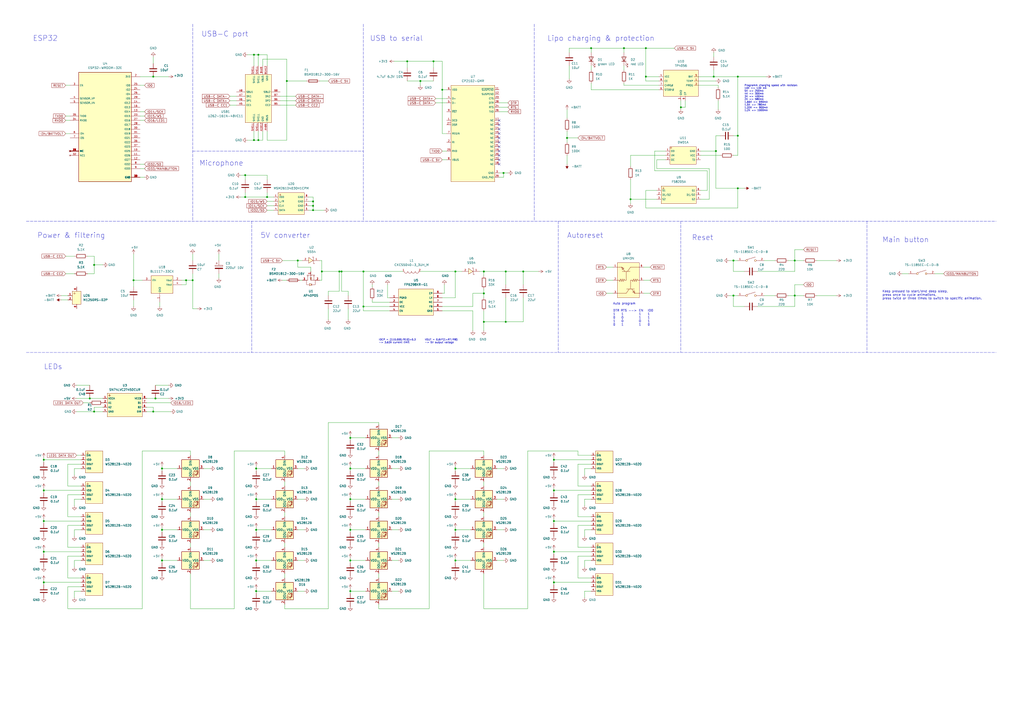
<source format=kicad_sch>
(kicad_sch (version 20211123) (generator eeschema)
  (paper "A2")
  (junction (at 292.1 100.33))
  (junction (at 361.95 27.94))
  (junction (at 203.2 342.9))
  (junction (at 93.98 289.56))
  (junction (at 427.99 109.22))
  (junction (at 264.16 325.12))
  (junction (at 198.12 157.48))
  (junction (at 210.82 157.48))
  (junction (at 321.31 320.04))
  (junction (at 280.67 186.69))
  (junction (at 25.4 320.04))
  (junction (at 148.59 289.56))
  (junction (at 427.99 78.74))
  (junction (at 93.98 271.78))
  (junction (at 54.61 238.76))
  (junction (at 374.65 44.45))
  (junction (at 54.61 153.67))
  (junction (at 142.24 101.6))
  (junction (at 394.97 62.23))
  (junction (at 203.2 307.34))
  (junction (at 148.59 307.34))
  (junction (at 342.9 27.94))
  (junction (at 264.16 271.78))
  (junction (at 321.31 266.7))
  (junction (at 148.59 271.78))
  (junction (at 321.31 284.48))
  (junction (at 264.16 157.48))
  (junction (at 186.69 157.48))
  (junction (at 374.65 27.94))
  (junction (at 181.61 119.38))
  (junction (at 149.86 31.75))
  (junction (at 321.31 302.26))
  (junction (at 149.86 81.28))
  (junction (at 203.2 289.56))
  (junction (at 88.9 238.76))
  (junction (at 280.67 157.48))
  (junction (at 166.37 46.99))
  (junction (at 147.32 31.75))
  (junction (at 181.61 121.92))
  (junction (at 90.17 231.14))
  (junction (at 328.93 80.01))
  (junction (at 25.4 284.48))
  (junction (at 236.22 35.56))
  (junction (at 77.47 162.56))
  (junction (at 414.02 44.45))
  (junction (at 203.2 325.12))
  (junction (at 251.46 35.56))
  (junction (at 52.07 231.14))
  (junction (at 148.59 325.12))
  (junction (at 243.84 46.99))
  (junction (at 181.61 116.84))
  (junction (at 154.94 114.3))
  (junction (at 415.29 87.63))
  (junction (at 461.01 171.45))
  (junction (at 264.16 289.56))
  (junction (at 425.45 171.45))
  (junction (at 365.76 115.57))
  (junction (at 25.4 337.82))
  (junction (at 142.24 114.3))
  (junction (at 293.37 186.69))
  (junction (at 461.01 151.13))
  (junction (at 425.45 151.13))
  (junction (at 427.99 44.45))
  (junction (at 256.54 52.07))
  (junction (at 203.2 271.78))
  (junction (at 111.76 162.56))
  (junction (at 264.16 307.34))
  (junction (at 172.72 151.13))
  (junction (at 107.95 162.56))
  (junction (at 25.4 266.7))
  (junction (at 93.98 307.34))
  (junction (at 303.53 157.48))
  (junction (at 147.32 81.28))
  (junction (at 203.2 254))
  (junction (at 148.59 342.9))
  (junction (at 293.37 157.48))
  (junction (at 321.31 337.82))
  (junction (at 210.82 177.8))
  (junction (at 280.67 170.18))
  (junction (at 25.4 302.26))
  (junction (at 196.85 157.48))
  (junction (at 93.98 325.12))
  (junction (at 88.9 44.45))
  (no_connect (at 289.56 82.55))
  (no_connect (at 289.56 95.25))
  (no_connect (at 289.56 90.17))
  (no_connect (at 289.56 80.01))
  (no_connect (at 289.56 85.09))
  (no_connect (at 289.56 69.85))
  (no_connect (at 289.56 77.47))
  (no_connect (at 289.56 87.63))
  (no_connect (at 289.56 92.71))
  (no_connect (at 289.56 74.93))
  (no_connect (at 289.56 72.39))
  (wire (pts (xy 289.56 59.69) (xy 294.64 59.69)))
  (wire (pts (xy 374.65 44.45) (xy 374.65 27.94)))
  (wire (pts (xy 152.4 34.29) (xy 166.37 34.29)))
  (wire (pts (xy 382.27 44.45) (xy 374.65 44.45)))
  (wire (pts (xy 25.4 337.82) (xy 25.4 339.09)))
  (wire (pts (xy 321.31 302.26) (xy 321.31 303.53)))
  (wire (pts (xy 321.31 266.7) (xy 321.31 267.97)))
  (wire (pts (xy 280.67 261.62) (xy 248.92 261.62)))
  (wire (pts (xy 381 97.79) (xy 411.48 97.79)))
  (wire (pts (xy 203.2 289.56) (xy 212.09 289.56)))
  (wire (pts (xy 111.76 162.56) (xy 111.76 179.07)))
  (wire (pts (xy 374.65 110.49) (xy 381 110.49)))
  (wire (pts (xy 118.11 325.12) (xy 121.92 325.12)))
  (wire (pts (xy 185.42 46.99) (xy 190.5 46.99)))
  (wire (pts (xy 177.8 46.99) (xy 166.37 46.99)))
  (wire (pts (xy 44.45 264.16) (xy 46.99 264.16)))
  (polyline (pts (xy 323.85 128.27) (xy 323.85 204.47)))
  (wire (pts (xy 203.2 288.29) (xy 203.2 289.56)))
  (wire (pts (xy 172.72 325.12) (xy 176.53 325.12)))
  (wire (pts (xy 196.85 157.48) (xy 198.12 157.48)))
  (wire (pts (xy 335.28 281.94) (xy 342.9 281.94)))
  (wire (pts (xy 339.09 325.12) (xy 339.09 328.93)))
  (wire (pts (xy 342.9 27.94) (xy 361.95 27.94)))
  (wire (pts (xy 186.69 157.48) (xy 196.85 157.48)))
  (wire (pts (xy 107.95 165.1) (xy 107.95 162.56)))
  (wire (pts (xy 142.24 114.3) (xy 154.94 114.3)))
  (wire (pts (xy 227.33 325.12) (xy 231.14 325.12)))
  (wire (pts (xy 163.83 151.13) (xy 172.72 151.13)))
  (wire (pts (xy 236.22 46.99) (xy 243.84 46.99)))
  (wire (pts (xy 321.31 300.99) (xy 321.31 302.26)))
  (wire (pts (xy 110.49 297.18) (xy 110.49 299.72)))
  (wire (pts (xy 274.32 177.8) (xy 274.32 170.18)))
  (wire (pts (xy 257.81 170.18) (xy 257.81 165.1)))
  (wire (pts (xy 264.16 271.78) (xy 264.16 273.05)))
  (wire (pts (xy 288.29 289.56) (xy 292.1 289.56)))
  (wire (pts (xy 90.17 231.14) (xy 97.79 231.14)))
  (wire (pts (xy 46.99 325.12) (xy 43.18 325.12)))
  (wire (pts (xy 256.54 180.34) (xy 274.32 180.34)))
  (wire (pts (xy 264.16 288.29) (xy 264.16 289.56)))
  (wire (pts (xy 142.24 104.14) (xy 142.24 101.6)))
  (wire (pts (xy 142.24 111.76) (xy 142.24 114.3)))
  (wire (pts (xy 201.93 179.07) (xy 201.93 185.42)))
  (wire (pts (xy 219.71 246.38) (xy 219.71 245.11)))
  (wire (pts (xy 351.79 170.18) (xy 355.6 170.18)))
  (wire (pts (xy 306.07 353.06) (xy 280.67 353.06)))
  (wire (pts (xy 335.28 335.28) (xy 342.9 335.28)))
  (wire (pts (xy 38.1 69.85) (xy 40.64 69.85)))
  (wire (pts (xy 219.71 332.74) (xy 219.71 335.28)))
  (wire (pts (xy 118.11 289.56) (xy 121.92 289.56)))
  (wire (pts (xy 162.56 58.42) (xy 171.45 58.42)))
  (wire (pts (xy 149.86 76.2) (xy 149.86 81.28)))
  (wire (pts (xy 44.45 231.14) (xy 52.07 231.14)))
  (wire (pts (xy 39.37 353.06) (xy 82.55 353.06)))
  (wire (pts (xy 148.59 325.12) (xy 148.59 326.39)))
  (wire (pts (xy 52.07 223.52) (xy 44.45 223.52)))
  (wire (pts (xy 394.97 62.23) (xy 394.97 63.5)))
  (wire (pts (xy 59.69 236.22) (xy 54.61 236.22)))
  (wire (pts (xy 39.37 340.36) (xy 39.37 353.06)))
  (wire (pts (xy 105.41 165.1) (xy 107.95 165.1)))
  (wire (pts (xy 39.37 287.02) (xy 39.37 299.72)))
  (wire (pts (xy 264.16 307.34) (xy 264.16 308.61)))
  (wire (pts (xy 427.99 109.22) (xy 415.29 109.22)))
  (polyline (pts (xy 210.82 13.97) (xy 210.82 128.27)))
  (wire (pts (xy 410.21 99.06) (xy 379.73 99.06)))
  (wire (pts (xy 386.08 90.17) (xy 365.76 90.17)))
  (wire (pts (xy 81.28 44.45) (xy 88.9 44.45)))
  (wire (pts (xy 203.2 270.51) (xy 203.2 271.78)))
  (wire (pts (xy 148.59 307.34) (xy 148.59 308.61)))
  (wire (pts (xy 259.08 77.47) (xy 256.54 77.47)))
  (wire (pts (xy 382.27 49.53) (xy 361.95 49.53)))
  (wire (pts (xy 39.37 322.58) (xy 39.37 335.28)))
  (wire (pts (xy 25.4 266.7) (xy 46.99 266.7)))
  (wire (pts (xy 288.29 271.78) (xy 292.1 271.78)))
  (wire (pts (xy 278.13 157.48) (xy 280.67 157.48)))
  (wire (pts (xy 142.24 101.6) (xy 139.7 101.6)))
  (wire (pts (xy 38.1 158.75) (xy 43.18 158.75)))
  (wire (pts (xy 35.56 171.45) (xy 39.37 171.45)))
  (wire (pts (xy 289.56 62.23) (xy 294.64 62.23)))
  (wire (pts (xy 274.32 170.18) (xy 280.67 170.18)))
  (wire (pts (xy 321.31 265.43) (xy 321.31 266.7)))
  (wire (pts (xy 154.94 104.14) (xy 154.94 101.6)))
  (wire (pts (xy 252.73 59.69) (xy 259.08 59.69)))
  (wire (pts (xy 227.33 289.56) (xy 231.14 289.56)))
  (wire (pts (xy 38.1 77.47) (xy 40.64 77.47)))
  (wire (pts (xy 427.99 44.45) (xy 444.5 44.45)))
  (wire (pts (xy 85.09 231.14) (xy 90.17 231.14)))
  (wire (pts (xy 165.1 261.62) (xy 135.89 261.62)))
  (wire (pts (xy 203.2 325.12) (xy 212.09 325.12)))
  (wire (pts (xy 264.16 270.51) (xy 264.16 271.78)))
  (wire (pts (xy 166.37 34.29) (xy 166.37 46.99)))
  (wire (pts (xy 406.4 87.63) (xy 415.29 87.63)))
  (wire (pts (xy 373.38 170.18) (xy 377.19 170.18)))
  (wire (pts (xy 88.9 44.45) (xy 97.79 44.45)))
  (wire (pts (xy 386.08 92.71) (xy 381 92.71)))
  (wire (pts (xy 264.16 157.48) (xy 267.97 157.48)))
  (wire (pts (xy 88.9 238.76) (xy 99.06 238.76)))
  (wire (pts (xy 93.98 325.12) (xy 93.98 326.39)))
  (wire (pts (xy 280.67 157.48) (xy 293.37 157.48)))
  (wire (pts (xy 461.01 177.8) (xy 439.42 177.8)))
  (wire (pts (xy 425.45 157.48) (xy 425.45 151.13)))
  (wire (pts (xy 335.28 304.8) (xy 335.28 317.5)))
  (wire (pts (xy 54.61 148.59) (xy 54.61 153.67)))
  (wire (pts (xy 374.65 120.65) (xy 374.65 110.49)))
  (polyline (pts (xy 111.76 13.97) (xy 111.76 128.27)))
  (wire (pts (xy 154.94 81.28) (xy 166.37 81.28)))
  (wire (pts (xy 46.99 322.58) (xy 39.37 322.58)))
  (wire (pts (xy 236.22 35.56) (xy 236.22 39.37)))
  (wire (pts (xy 135.89 261.62) (xy 135.89 353.06)))
  (wire (pts (xy 251.46 35.56) (xy 256.54 35.56)))
  (wire (pts (xy 118.11 271.78) (xy 121.92 271.78)))
  (wire (pts (xy 85.09 233.68) (xy 99.06 233.68)))
  (wire (pts (xy 303.53 172.72) (xy 303.53 186.69)))
  (wire (pts (xy 256.54 77.47) (xy 256.54 52.07)))
  (wire (pts (xy 427.99 78.74) (xy 427.99 90.17)))
  (wire (pts (xy 264.16 325.12) (xy 264.16 326.39)))
  (wire (pts (xy 148.59 323.85) (xy 148.59 325.12)))
  (wire (pts (xy 110.49 353.06) (xy 110.49 332.74)))
  (wire (pts (xy 149.86 31.75) (xy 154.94 31.75)))
  (wire (pts (xy 228.6 35.56) (xy 236.22 35.56)))
  (wire (pts (xy 180.34 154.94) (xy 172.72 154.94)))
  (wire (pts (xy 361.95 30.48) (xy 361.95 27.94)))
  (wire (pts (xy 226.06 172.72) (xy 224.79 172.72)))
  (wire (pts (xy 280.67 297.18) (xy 280.67 299.72)))
  (wire (pts (xy 46.99 287.02) (xy 39.37 287.02)))
  (wire (pts (xy 457.2 171.45) (xy 461.01 171.45)))
  (wire (pts (xy 293.37 157.48) (xy 303.53 157.48)))
  (wire (pts (xy 397.51 58.42) (xy 397.51 62.23)))
  (wire (pts (xy 82.55 261.62) (xy 110.49 261.62)))
  (wire (pts (xy 416.56 58.42) (xy 416.56 63.5)))
  (wire (pts (xy 365.76 90.17) (xy 365.76 96.52)))
  (wire (pts (xy 179.07 119.38) (xy 181.61 119.38)))
  (wire (pts (xy 172.72 307.34) (xy 176.53 307.34)))
  (wire (pts (xy 374.65 120.65) (xy 427.99 120.65)))
  (wire (pts (xy 427.99 44.45) (xy 427.99 78.74)))
  (wire (pts (xy 414.02 44.45) (xy 427.99 44.45)))
  (wire (pts (xy 39.37 281.94) (xy 46.99 281.94)))
  (wire (pts (xy 365.76 115.57) (xy 381 115.57)))
  (wire (pts (xy 252.73 57.15) (xy 259.08 57.15)))
  (wire (pts (xy 328.93 63.5) (xy 328.93 68.58)))
  (wire (pts (xy 203.2 307.34) (xy 212.09 307.34)))
  (wire (pts (xy 54.61 153.67) (xy 54.61 158.75)))
  (wire (pts (xy 219.71 245.11) (xy 190.5 245.11)))
  (wire (pts (xy 105.41 162.56) (xy 107.95 162.56)))
  (wire (pts (xy 292.1 100.33) (xy 294.64 100.33)))
  (wire (pts (xy 289.56 64.77) (xy 294.64 64.77)))
  (wire (pts (xy 43.18 325.12) (xy 43.18 328.93)))
  (wire (pts (xy 425.45 90.17) (xy 427.99 90.17)))
  (wire (pts (xy 154.94 114.3) (xy 158.75 114.3)))
  (wire (pts (xy 289.56 100.33) (xy 292.1 100.33)))
  (wire (pts (xy 77.47 162.56) (xy 82.55 162.56)))
  (wire (pts (xy 219.71 261.62) (xy 219.71 264.16)))
  (wire (pts (xy 85.09 238.76) (xy 88.9 238.76)))
  (wire (pts (xy 25.4 336.55) (xy 25.4 337.82)))
  (wire (pts (xy 342.9 269.24) (xy 335.28 269.24)))
  (wire (pts (xy 219.71 279.4) (xy 219.71 281.94)))
  (wire (pts (xy 172.72 342.9) (xy 176.53 342.9)))
  (wire (pts (xy 180.34 157.48) (xy 180.34 154.94)))
  (wire (pts (xy 93.98 271.78) (xy 102.87 271.78)))
  (wire (pts (xy 25.4 318.77) (xy 25.4 320.04)))
  (wire (pts (xy 219.71 353.06) (xy 219.71 350.52)))
  (wire (pts (xy 172.72 151.13) (xy 175.26 151.13)))
  (wire (pts (xy 165.1 350.52) (xy 165.1 353.06)))
  (wire (pts (xy 82.55 353.06) (xy 82.55 261.62)))
  (wire (pts (xy 335.28 287.02) (xy 335.28 299.72)))
  (wire (pts (xy 44.45 238.76) (xy 54.61 238.76)))
  (wire (pts (xy 190.5 353.06) (xy 165.1 353.06)))
  (wire (pts (xy 90.17 223.52) (xy 97.79 223.52)))
  (wire (pts (xy 154.94 31.75) (xy 154.94 38.1)))
  (wire (pts (xy 110.49 261.62) (xy 110.49 264.16)))
  (wire (pts (xy 415.29 109.22) (xy 415.29 87.63)))
  (wire (pts (xy 190.5 171.45) (xy 190.5 168.91)))
  (wire (pts (xy 201.93 171.45) (xy 201.93 168.91)))
  (wire (pts (xy 111.76 179.07) (xy 114.3 179.07)))
  (wire (pts (xy 280.67 180.34) (xy 280.67 186.69)))
  (wire (pts (xy 148.59 271.78) (xy 148.59 273.05)))
  (wire (pts (xy 46.99 340.36) (xy 39.37 340.36)))
  (wire (pts (xy 339.09 289.56) (xy 339.09 293.37)))
  (wire (pts (xy 25.4 302.26) (xy 46.99 302.26)))
  (wire (pts (xy 172.72 154.94) (xy 172.72 151.13)))
  (wire (pts (xy 342.9 30.48) (xy 342.9 27.94)))
  (polyline (pts (xy 15.24 128.27) (xy 577.85 128.27)))
  (wire (pts (xy 280.67 170.18) (xy 280.67 172.72)))
  (wire (pts (xy 88.9 236.22) (xy 88.9 238.76)))
  (wire (pts (xy 449.58 151.13) (xy 443.23 151.13)))
  (wire (pts (xy 379.73 99.06) (xy 379.73 87.63)))
  (wire (pts (xy 50.8 158.75) (xy 54.61 158.75)))
  (wire (pts (xy 93.98 271.78) (xy 93.98 273.05)))
  (wire (pts (xy 351.79 162.56) (xy 355.6 162.56)))
  (wire (pts (xy 181.61 114.3) (xy 181.61 116.84)))
  (wire (pts (xy 165.1 314.96) (xy 165.1 317.5)))
  (wire (pts (xy 198.12 168.91) (xy 198.12 157.48)))
  (wire (pts (xy 321.31 266.7) (xy 342.9 266.7)))
  (wire (pts (xy 303.53 165.1) (xy 303.53 157.48)))
  (polyline (pts (xy 146.05 128.27) (xy 146.05 204.47)))
  (wire (pts (xy 50.8 148.59) (xy 54.61 148.59)))
  (wire (pts (xy 39.37 299.72) (xy 46.99 299.72)))
  (wire (pts (xy 25.4 266.7) (xy 25.4 267.97)))
  (wire (pts (xy 196.85 168.91) (xy 196.85 157.48)))
  (wire (pts (xy 339.09 307.34) (xy 339.09 311.15)))
  (wire (pts (xy 210.82 180.34) (xy 226.06 180.34)))
  (wire (pts (xy 48.26 233.68) (xy 52.07 233.68)))
  (wire (pts (xy 365.76 115.57) (xy 365.76 118.11)))
  (wire (pts (xy 243.84 46.99) (xy 251.46 46.99)))
  (wire (pts (xy 203.2 271.78) (xy 212.09 271.78)))
  (wire (pts (xy 25.4 284.48) (xy 46.99 284.48)))
  (wire (pts (xy 162.56 60.96) (xy 171.45 60.96)))
  (wire (pts (xy 118.11 307.34) (xy 121.92 307.34)))
  (wire (pts (xy 335.28 317.5) (xy 342.9 317.5)))
  (wire (pts (xy 339.09 271.78) (xy 339.09 275.59)))
  (wire (pts (xy 461.01 165.1) (xy 466.09 165.1)))
  (wire (pts (xy 165.1 264.16) (xy 165.1 261.62)))
  (wire (pts (xy 335.28 269.24) (xy 335.28 281.94)))
  (polyline (pts (xy 309.88 13.97) (xy 309.88 128.27)))
  (wire (pts (xy 227.33 271.78) (xy 231.14 271.78)))
  (wire (pts (xy 147.32 76.2) (xy 147.32 81.28)))
  (wire (pts (xy 148.59 270.51) (xy 148.59 271.78)))
  (wire (pts (xy 342.9 307.34) (xy 339.09 307.34)))
  (wire (pts (xy 198.12 157.48) (xy 210.82 157.48)))
  (wire (pts (xy 342.9 271.78) (xy 339.09 271.78)))
  (wire (pts (xy 154.94 116.84) (xy 158.75 116.84)))
  (wire (pts (xy 248.92 261.62) (xy 248.92 353.06)))
  (wire (pts (xy 203.2 254) (xy 203.2 255.27)))
  (wire (pts (xy 330.2 27.94) (xy 342.9 27.94)))
  (wire (pts (xy 165.1 297.18) (xy 165.1 299.72)))
  (wire (pts (xy 93.98 289.56) (xy 102.87 289.56)))
  (polyline (pts (xy 394.97 128.27) (xy 394.97 204.47)))
  (wire (pts (xy 186.69 157.48) (xy 186.69 162.56)))
  (wire (pts (xy 149.86 38.1) (xy 149.86 31.75)))
  (wire (pts (xy 148.59 342.9) (xy 157.48 342.9)))
  (wire (pts (xy 186.69 151.13) (xy 186.69 157.48)))
  (wire (pts (xy 203.2 323.85) (xy 203.2 325.12)))
  (wire (pts (xy 422.91 171.45) (xy 425.45 171.45)))
  (wire (pts (xy 243.84 157.48) (xy 264.16 157.48)))
  (wire (pts (xy 148.59 289.56) (xy 157.48 289.56)))
  (wire (pts (xy 215.9 175.26) (xy 215.9 173.99)))
  (wire (pts (xy 148.59 342.9) (xy 148.59 344.17)))
  (wire (pts (xy 251.46 35.56) (xy 251.46 39.37)))
  (wire (pts (xy 236.22 35.56) (xy 251.46 35.56)))
  (wire (pts (xy 133.35 58.42) (xy 137.16 58.42)))
  (wire (pts (xy 293.37 172.72) (xy 293.37 186.69)))
  (wire (pts (xy 280.67 279.4) (xy 280.67 281.94)))
  (wire (pts (xy 405.13 46.99) (xy 415.29 46.99)))
  (wire (pts (xy 415.29 78.74) (xy 415.29 87.63)))
  (wire (pts (xy 93.98 288.29) (xy 93.98 289.56)))
  (wire (pts (xy 342.9 289.56) (xy 339.09 289.56)))
  (wire (pts (xy 410.21 110.49) (xy 410.21 99.06)))
  (wire (pts (xy 256.54 87.63) (xy 259.08 87.63)))
  (wire (pts (xy 335.28 264.16) (xy 335.28 261.62)))
  (wire (pts (xy 248.92 353.06) (xy 219.71 353.06)))
  (wire (pts (xy 148.59 325.12) (xy 157.48 325.12)))
  (wire (pts (xy 280.67 353.06) (xy 280.67 332.74)))
  (wire (pts (xy 203.2 289.56) (xy 203.2 290.83)))
  (wire (pts (xy 417.83 78.74) (xy 415.29 78.74)))
  (wire (pts (xy 342.9 325.12) (xy 339.09 325.12)))
  (wire (pts (xy 25.4 320.04) (xy 46.99 320.04)))
  (wire (pts (xy 179.07 114.3) (xy 181.61 114.3)))
  (wire (pts (xy 342.9 52.07) (xy 382.27 52.07)))
  (wire (pts (xy 83.82 67.31) (xy 81.28 67.31)))
  (wire (pts (xy 264.16 172.72) (xy 264.16 157.48)))
  (wire (pts (xy 190.5 245.11) (xy 190.5 353.06)))
  (wire (pts (xy 264.16 323.85) (xy 264.16 325.12)))
  (wire (pts (xy 25.4 265.43) (xy 25.4 266.7)))
  (wire (pts (xy 46.99 289.56) (xy 43.18 289.56)))
  (wire (pts (xy 25.4 300.99) (xy 25.4 302.26)))
  (wire (pts (xy 330.2 30.48) (xy 330.2 27.94)))
  (wire (pts (xy 381 92.71) (xy 381 97.79)))
  (wire (pts (xy 264.16 289.56) (xy 264.16 290.83)))
  (wire (pts (xy 83.82 69.85) (xy 81.28 69.85)))
  (wire (pts (xy 39.37 317.5) (xy 46.99 317.5)))
  (wire (pts (xy 328.93 80.01) (xy 335.28 80.01)))
  (wire (pts (xy 43.18 271.78) (xy 43.18 275.59)))
  (wire (pts (xy 203.2 306.07) (xy 203.2 307.34)))
  (wire (pts (xy 181.61 121.92) (xy 187.96 121.92)))
  (wire (pts (xy 394.97 58.42) (xy 394.97 62.23)))
  (wire (pts (xy 406.4 110.49) (xy 410.21 110.49)))
  (wire (pts (xy 181.61 116.84) (xy 181.61 119.38)))
  (wire (pts (xy 342.9 48.26) (xy 342.9 52.07)))
  (wire (pts (xy 335.28 322.58) (xy 335.28 335.28)))
  (wire (pts (xy 201.93 168.91) (xy 198.12 168.91)))
  (wire (pts (xy 92.71 175.26) (xy 92.71 177.8)))
  (wire (pts (xy 219.71 297.18) (xy 219.71 299.72)))
  (wire (pts (xy 288.29 307.34) (xy 292.1 307.34)))
  (wire (pts (xy 461.01 157.48) (xy 439.42 157.48)))
  (polyline (pts (xy 111.76 87.63) (xy 210.82 87.63)))
  (wire (pts (xy 93.98 306.07) (xy 93.98 307.34)))
  (wire (pts (xy 425.45 78.74) (xy 427.99 78.74)))
  (wire (pts (xy 461.01 151.13) (xy 461.01 144.78)))
  (wire (pts (xy 280.67 157.48) (xy 280.67 160.02)))
  (wire (pts (xy 280.67 314.96) (xy 280.67 317.5)))
  (wire (pts (xy 227.33 254) (xy 231.14 254)))
  (wire (pts (xy 148.59 307.34) (xy 157.48 307.34)))
  (wire (pts (xy 321.31 302.26) (xy 342.9 302.26)))
  (wire (pts (xy 473.71 151.13) (xy 485.14 151.13)))
  (wire (pts (xy 342.9 38.1) (xy 342.9 40.64)))
  (wire (pts (xy 210.82 177.8) (xy 210.82 157.48)))
  (wire (pts (xy 166.37 46.99) (xy 166.37 81.28)))
  (wire (pts (xy 422.91 151.13) (xy 425.45 151.13)))
  (wire (pts (xy 288.29 325.12) (xy 292.1 325.12)))
  (wire (pts (xy 289.56 102.87) (xy 292.1 102.87)))
  (wire (pts (xy 321.31 318.77) (xy 321.31 320.04)))
  (wire (pts (xy 52.07 231.14) (xy 59.69 231.14)))
  (wire (pts (xy 466.09 171.45) (xy 461.01 171.45)))
  (wire (pts (xy 342.9 322.58) (xy 335.28 322.58)))
  (wire (pts (xy 93.98 307.34) (xy 102.87 307.34)))
  (wire (pts (xy 256.54 92.71) (xy 259.08 92.71)))
  (wire (pts (xy 25.4 320.04) (xy 25.4 321.31)))
  (wire (pts (xy 449.58 171.45) (xy 443.23 171.45)))
  (polyline (pts (xy 502.92 128.27) (xy 502.92 204.47)))
  (wire (pts (xy 203.2 271.78) (xy 203.2 273.05)))
  (wire (pts (xy 179.07 116.84) (xy 181.61 116.84)))
  (wire (pts (xy 361.95 38.1) (xy 361.95 40.64)))
  (wire (pts (xy 186.69 162.56) (xy 185.42 162.56)))
  (wire (pts (xy 85.09 236.22) (xy 88.9 236.22)))
  (wire (pts (xy 256.54 170.18) (xy 257.81 170.18)))
  (wire (pts (xy 321.31 283.21) (xy 321.31 284.48)))
  (wire (pts (xy 303.53 186.69) (xy 293.37 186.69)))
  (wire (pts (xy 77.47 147.32) (xy 77.47 162.56)))
  (wire (pts (xy 226.06 175.26) (xy 215.9 175.26)))
  (wire (pts (xy 203.2 254) (xy 212.09 254)))
  (wire (pts (xy 38.1 67.31) (xy 40.64 67.31)))
  (wire (pts (xy 523.24 158.75) (xy 527.05 158.75)))
  (wire (pts (xy 147.32 31.75) (xy 147.32 38.1)))
  (wire (pts (xy 227.33 342.9) (xy 231.14 342.9)))
  (wire (pts (xy 35.56 173.99) (xy 39.37 173.99)))
  (wire (pts (xy 179.07 121.92) (xy 181.61 121.92)))
  (wire (pts (xy 342.9 287.02) (xy 335.28 287.02)))
  (wire (pts (xy 43.18 289.56) (xy 43.18 293.37)))
  (wire (pts (xy 154.94 121.92) (xy 158.75 121.92)))
  (wire (pts (xy 306.07 261.62) (xy 306.07 353.06)))
  (wire (pts (xy 46.99 271.78) (xy 43.18 271.78)))
  (wire (pts (xy 335.28 299.72) (xy 342.9 299.72)))
  (wire (pts (xy 461.01 151.13) (xy 461.01 157.48)))
  (wire (pts (xy 411.48 97.79) (xy 411.48 115.57)))
  (wire (pts (xy 339.09 342.9) (xy 339.09 346.71)))
  (wire (pts (xy 264.16 271.78) (xy 273.05 271.78)))
  (wire (pts (xy 243.84 46.99) (xy 243.84 49.53)))
  (wire (pts (xy 406.4 115.57) (xy 411.48 115.57)))
  (wire (pts (xy 154.94 111.76) (xy 154.94 114.3)))
  (wire (pts (xy 133.35 55.88) (xy 137.16 55.88)))
  (wire (pts (xy 256.54 35.56) (xy 256.54 52.07)))
  (wire (pts (xy 203.2 307.34) (xy 203.2 308.61)))
  (wire (pts (xy 148.59 341.63) (xy 148.59 342.9)))
  (wire (pts (xy 373.38 162.56) (xy 377.19 162.56)))
  (wire (pts (xy 361.95 27.94) (xy 374.65 27.94)))
  (wire (pts (xy 226.06 177.8) (xy 210.82 177.8)))
  (wire (pts (xy 215.9 166.37) (xy 215.9 165.1)))
  (wire (pts (xy 38.1 49.53) (xy 40.64 49.53)))
  (wire (pts (xy 431.8 177.8) (xy 425.45 177.8)))
  (wire (pts (xy 256.54 177.8) (xy 274.32 177.8)))
  (wire (pts (xy 93.98 325.12) (xy 102.87 325.12)))
  (wire (pts (xy 405.13 49.53) (xy 416.56 49.53)))
  (wire (pts (xy 256.54 52.07) (xy 259.08 52.07)))
  (wire (pts (xy 77.47 162.56) (xy 77.47 166.37)))
  (wire (pts (xy 93.98 270.51) (xy 93.98 271.78)))
  (wire (pts (xy 147.32 81.28) (xy 143.51 81.28)))
  (wire (pts (xy 43.18 342.9) (xy 43.18 346.71)))
  (wire (pts (xy 219.71 314.96) (xy 219.71 317.5)))
  (wire (pts (xy 77.47 173.99) (xy 77.47 177.8)))
  (wire (pts (xy 46.99 307.34) (xy 43.18 307.34)))
  (wire (pts (xy 181.61 119.38) (xy 181.61 121.92)))
  (wire (pts (xy 227.33 307.34) (xy 231.14 307.34)))
  (wire (pts (xy 107.95 162.56) (xy 111.76 162.56)))
  (polyline (pts (xy 15.24 204.47) (xy 577.85 204.47)))
  (wire (pts (xy 83.82 64.77) (xy 81.28 64.77)))
  (wire (pts (xy 256.54 172.72) (xy 264.16 172.72)))
  (wire (pts (xy 466.09 151.13) (xy 461.01 151.13)))
  (wire (pts (xy 342.9 342.9) (xy 339.09 342.9)))
  (wire (pts (xy 328.93 80.01) (xy 328.93 82.55)))
  (wire (pts (xy 143.51 31.75) (xy 147.32 31.75)))
  (wire (pts (xy 461.01 171.45) (xy 461.01 177.8)))
  (wire (pts (xy 342.9 304.8) (xy 335.28 304.8)))
  (wire (pts (xy 427.99 120.65) (xy 427.99 109.22)))
  (wire (pts (xy 431.8 157.48) (xy 425.45 157.48)))
  (wire (pts (xy 148.59 288.29) (xy 148.59 289.56)))
  (wire (pts (xy 190.5 179.07) (xy 190.5 185.42)))
  (wire (pts (xy 185.42 151.13) (xy 186.69 151.13)))
  (wire (pts (xy 154.94 119.38) (xy 158.75 119.38)))
  (wire (pts (xy 373.38 154.94) (xy 377.19 154.94)))
  (wire (pts (xy 163.83 162.56) (xy 166.37 162.56)))
  (wire (pts (xy 83.82 97.79) (xy 81.28 97.79)))
  (wire (pts (xy 264.16 307.34) (xy 273.05 307.34)))
  (wire (pts (xy 414.02 44.45) (xy 414.02 40.64)))
  (wire (pts (xy 83.82 102.87) (xy 81.28 102.87)))
  (wire (pts (xy 190.5 168.91) (xy 196.85 168.91)))
  (wire (pts (xy 321.31 320.04) (xy 342.9 320.04)))
  (wire (pts (xy 224.79 172.72) (xy 224.79 165.1)))
  (wire (pts (xy 264.16 306.07) (xy 264.16 307.34)))
  (wire (pts (xy 162.56 55.88) (xy 171.45 55.88)))
  (wire (pts (xy 39.37 304.8) (xy 39.37 317.5)))
  (wire (pts (xy 25.4 337.82) (xy 46.99 337.82)))
  (wire (pts (xy 110.49 279.4) (xy 110.49 281.94)))
  (wire (pts (xy 461.01 144.78) (xy 466.09 144.78)))
  (wire (pts (xy 54.61 236.22) (xy 54.61 238.76)))
  (wire (pts (xy 203.2 325.12) (xy 203.2 326.39)))
  (wire (pts (xy 321.31 284.48) (xy 321.31 285.75)))
  (wire (pts (xy 406.4 90.17) (xy 417.83 90.17)))
  (wire (pts (xy 382.27 46.99) (xy 374.65 46.99)))
  (wire (pts (xy 152.4 81.28) (xy 149.86 81.28)))
  (wire (pts (xy 379.73 87.63) (xy 386.08 87.63)))
  (wire (pts (xy 342.9 264.16) (xy 335.28 264.16)))
  (wire (pts (xy 127 158.75) (xy 127 161.29)))
  (wire (pts (xy 321.31 320.04) (xy 321.31 321.31)))
  (wire (pts (xy 542.29 158.75) (xy 547.37 158.75)))
  (wire (pts (xy 328.93 90.17) (xy 328.93 95.25)))
  (wire (pts (xy 425.45 171.45) (xy 427.99 171.45)))
  (wire (pts (xy 374.65 46.99) (xy 374.65 44.45)))
  (wire (pts (xy 25.4 283.21) (xy 25.4 284.48)))
  (wire (pts (xy 154.94 76.2) (xy 154.94 81.28)))
  (wire (pts (xy 365.76 104.14) (xy 365.76 115.57)))
  (wire (pts (xy 39.37 269.24) (xy 39.37 281.94)))
  (wire (pts (xy 361.95 49.53) (xy 361.95 48.26)))
  (wire (pts (xy 93.98 289.56) (xy 93.98 290.83)))
  (wire (pts (xy 110.49 314.96) (xy 110.49 317.5)))
  (wire (pts (xy 303.53 157.48) (xy 312.42 157.48)))
  (wire (pts (xy 148.59 306.07) (xy 148.59 307.34)))
  (wire (pts (xy 25.4 302.26) (xy 25.4 303.53)))
  (wire (pts (xy 148.59 271.78) (xy 157.48 271.78)))
  (wire (pts (xy 425.45 151.13) (xy 427.99 151.13)))
  (wire (pts (xy 203.2 252.73) (xy 203.2 254)))
  (wire (pts (xy 461.01 171.45) (xy 461.01 165.1)))
  (wire (pts (xy 93.98 323.85) (xy 93.98 325.12)))
  (wire (pts (xy 142.24 101.6) (xy 154.94 101.6)))
  (wire (pts (xy 149.86 81.28) (xy 147.32 81.28)))
  (wire (pts (xy 210.82 157.48) (xy 233.68 157.48)))
  (wire (pts (xy 142.24 114.3) (xy 139.7 114.3)))
  (wire (pts (xy 397.51 62.23) (xy 394.97 62.23)))
  (wire (pts (xy 111.76 151.13) (xy 111.76 147.32)))
  (wire (pts (xy 431.8 109.22) (xy 427.99 109.22)))
  (wire (pts (xy 280.67 186.69) (xy 280.67 191.77)))
  (wire (pts (xy 88.9 33.02) (xy 88.9 36.83)))
  (wire (pts (xy 83.82 95.25) (xy 81.28 95.25)))
  (wire (pts (xy 203.2 342.9) (xy 212.09 342.9)))
  (wire (pts (xy 280.67 170.18) (xy 280.67 167.64)))
  (wire (pts (xy 46.99 304.8) (xy 39.37 304.8)))
  (wire (pts (xy 165.1 332.74) (xy 165.1 335.28)))
  (wire (pts (xy 321.31 337.82) (xy 342.9 337.82)))
  (wire (pts (xy 293.37 157.48) (xy 293.37 165.1)))
  (wire (pts (xy 425.45 177.8) (xy 425.45 171.45)))
  (wire (pts (xy 83.82 49.53) (xy 81.28 49.53)))
  (wire (pts (xy 210.82 180.34) (xy 210.82 177.8)))
  (wire (pts (xy 152.4 76.2) (xy 152.4 81.28)))
  (wire (pts (xy 416.56 49.53) (xy 416.56 50.8)))
  (wire (pts (xy 54.61 153.67) (xy 59.69 153.67)))
  (wire (pts (xy 374.65 27.94) (xy 391.16 27.94)))
  (wire (pts (xy 280.67 264.16) (xy 280.67 261.62)))
  (wire (pts (xy 46.99 269.24) (xy 39.37 269.24)))
  (wire (pts (xy 93.98 307.34) (xy 93.98 308.61)))
  (wire (pts (xy 46.99 342.9) (xy 43.18 342.9)))
  (wire (pts (xy 25.4 284.48) (xy 25.4 285.75)))
  (wire (pts (xy 203.2 341.63) (xy 203.2 342.9)))
  (wire (pts (xy 328.93 76.2) (xy 328.93 80.01)))
  (wire (pts (xy 321.31 337.82) (xy 321.31 339.09)))
  (wire (pts (xy 203.2 342.9) (xy 203.2 344.17)))
  (wire (pts (xy 39.37 335.28) (xy 46.99 335.28)))
  (wire (pts (xy 147.32 31.75) (xy 149.86 31.75)))
  (wire (pts (xy 127 147.32) (xy 127 151.13)))
  (wire (pts (xy 321.31 284.48) (xy 342.9 284.48)))
  (wire (pts (xy 292.1 102.87) (xy 292.1 100.33)))
  (wire (pts (xy 330.2 38.1) (xy 330.2 45.72)))
  (wire (pts (xy 351.79 154.94) (xy 355.6 154.94)))
  (wire (pts (xy 172.72 289.56) (xy 176.53 289.56)))
  (wire (pts (xy 293.37 186.69) (xy 280.67 186.69)))
  (wire (pts (xy 148.59 289.56) (xy 148.59 290.83)))
  (wire (pts (xy 137.16 60.96) (xy 133.35 60.96)))
  (wire (pts (xy 335.28 261.62) (xy 306.07 261.62)))
  (wire (pts (xy 111.76 162.56) (xy 111.76 158.75)))
  (wire (pts (xy 43.18 307.34) (xy 43.18 311.15)))
  (wire (pts (xy 321.31 336.55) (xy 321.31 337.82)))
  (wire (pts (xy 172.72 271.78) (xy 176.53 271.78)))
  (wire (pts (xy 38.1 148.59) (xy 43.18 148.59)))
  (wire (pts (xy 264.16 325.12) (xy 273.05 325.12)))
  (wire (pts (xy 405.13 44.45) (xy 414.02 44.45)))
  (wire (pts (xy 152.4 38.1) (xy 152.4 34.29)))
  (wire (pts (xy 54.61 238.76) (xy 59.69 238.76)))
  (wire (pts (xy 414.02 30.48) (xy 414.02 33.02)))
  (wire (pts (xy 473.71 171.45) (xy 485.14 171.45)))
  (wire (pts (xy 165.1 279.4) (xy 165.1 281.94)))
  (wire (pts (xy 274.32 180.34) (xy 274.32 191.77)))
  (wire (pts (xy 173.99 162.56) (xy 175.26 162.56)))
  (wire (pts (xy 135.89 353.06) (xy 110.49 353.06)))
  (wire (pts (xy 457.2 151.13) (xy 461.01 151.13)))
  (wire (pts (xy 264.16 289.56) (xy 273.05 289.56)))
  (text "5V converter" (at 151.13 138.43 0) (effects (font (size 3 3)) (justify left bottom)))
  (text "Auto program\n\nDTR RTS -->	EN 	IO0\n1	1		1	1\n0	0		1	1\n1	0		0	1\n0	1		1	0" (at 355.6 189.23 0) (effects (font (size 1.27 1.27)) (justify left bottom)))
  (text "Autoreset" (at 328.93 138.43 0) (effects (font (size 3 3)) (justify left bottom)))
  (text "Programm charging speed with resistor:\n10K => 130 mA \n5K => 250mA\n4K => 300mA\n3K => 400mA \n2K => 580mA \n1.66K => 690mA\n1.5K => 780mA \n1.33K => 900mA\n1.2K => 1000mA" (at 431.8 64.77 0) (effects (font (size 1 1)) (justify left bottom)))
  (text "VOUT = 0.6V*(1+R7/R8)\n-> 5V output voltage" (at 246.38 199.39 0) (effects (font (size 1 1)) (justify left bottom)))
  (text "USB to serial" (at 214.63 24.13 0) (effects (font (size 3 3)) (justify left bottom)))
  (text "Reset" (at 401.32 139.7 0) (effects (font (size 3 3)) (justify left bottom)))
  (text "USB-C port" (at 116.84 21.59 0) (effects (font (size 3 3)) (justify left bottom)))
  (text "Lipo charging & protection" (at 317.5 24.13 0) (effects (font (size 3 3)) (justify left bottom)))
  (text "Keep pressed to start/end deep sleep, \npress once to cycle animations, \npress twice or three times to switch to specific animation." (at 511.81 173.99 0) (effects (font (size 1.27 1.27)) (justify left bottom)))
  (text "Power & filtering" (at 21.59 138.43 0) (effects (font (size 3 3)) (justify left bottom)))
  (text "Main button" (at 511.81 140.97 0) (effects (font (size 3 3)) (justify left bottom)))
  (text "ESP32" (at 19.05 24.13 0) (effects (font (size 3 3)) (justify left bottom)))
  (text "IOCP = (110.000/R10)+0.3\n-> 3.63A current limit" (at 219.71 199.39 0) (effects (font (size 1 1)) (justify left bottom)))
  (text "LEDs" (at 25.4 214.6299 0) (effects (font (size 3 3)) (justify left bottom)))
  (text "Microphone" (at 115.57 96.52 0) (effects (font (size 3 3)) (justify left bottom)))
  (global_label "TXD0" (shape input) (at 256.54 87.63 180) (property "Intersheet References" "${INTERSHEET_REFS}" (effects hide)))
  (global_label "RXD0" (shape input) (at 294.64 64.77 0) (property "Intersheet References" "${INTERSHEET_REFS}" (effects hide)))
  (global_label "RTS" (shape input) (at 377.19 162.56 0) (property "Intersheet References" "${INTERSHEET_REFS}" (effects hide)))
  (global_label "USB-C CC2" (shape input) (at 171.45 60.96 0) (property "Intersheet References" "${INTERSHEET_REFS}" (effects hide)))
  (global_label "RTS" (shape input) (at 294.64 62.23 0) (property "Intersheet References" "${INTERSHEET_REFS}" (effects hide)))
  (global_label "IO14{slash}SCK" (shape input) (at 83.82 64.77 0) (property "Intersheet References" "${INTERSHEET_REFS}" (effects hide)))
  (global_label "USB-C CC1" (shape input) (at 38.1 148.59 180) (property "Intersheet References" "${INTERSHEET_REFS}" (effects hide)))
  (global_label "RESET" (shape input) (at 38.1 49.53 180) (property "Intersheet References" "${INTERSHEET_REFS}" (effects hide)))
  (global_label "IO33{slash}MAINBUTTON" (shape input) (at 83.82 97.79 0) (property "Intersheet References" "${INTERSHEET_REFS}" (effects hide)))
  (global_label "RXD0" (shape input) (at 38.1 69.85 180) (property "Intersheet References" "${INTERSHEET_REFS}" (effects hide)))
  (global_label "LED1 DATA OUT" (shape input) (at 48.26 233.68 180) (property "Intersheet References" "${INTERSHEET_REFS}" (effects hide)))
  (global_label "RESET" (shape input) (at 466.09 144.78 0) (property "Intersheet References" "${INTERSHEET_REFS}" (effects hide)))
  (global_label "IO16{slash}LED1" (shape input) (at 83.82 69.85 0) (property "Intersheet References" "${INTERSHEET_REFS}" (effects hide)))
  (global_label "IO32{slash}SD" (shape input) (at 154.94 121.92 180) (property "Intersheet References" "${INTERSHEET_REFS}" (effects hide)))
  (global_label "USB-C 5V" (shape input) (at 256.54 92.71 180) (property "Intersheet References" "${INTERSHEET_REFS}" (effects hide)))
  (global_label "USB-C CC2" (shape input) (at 38.1 158.75 180) (property "Intersheet References" "${INTERSHEET_REFS}" (effects hide)))
  (global_label "IO32{slash}SD" (shape input) (at 83.82 95.25 0) (property "Intersheet References" "${INTERSHEET_REFS}" (effects hide)))
  (global_label "IO0" (shape input) (at 466.09 165.1 0) (property "Intersheet References" "${INTERSHEET_REFS}" (effects hide)))
  (global_label "IO0" (shape input) (at 351.79 170.18 180) (property "Intersheet References" "${INTERSHEET_REFS}" (effects hide)))
  (global_label "IO33{slash}MAINBUTTON" (shape input) (at 547.37 158.75 0) (property "Intersheet References" "${INTERSHEET_REFS}" (effects hide)))
  (global_label "DTR" (shape input) (at 351.79 162.56 180) (property "Intersheet References" "${INTERSHEET_REFS}" (effects hide)))
  (global_label "RESET" (shape input) (at 377.19 154.94 0) (property "Intersheet References" "${INTERSHEET_REFS}" (effects hide)))
  (global_label "RTS" (shape input) (at 351.79 154.94 180) (property "Intersheet References" "${INTERSHEET_REFS}" (effects hide)))
  (global_label "USB-C DATA+" (shape input) (at 133.35 58.42 180) (property "Intersheet References" "${INTERSHEET_REFS}" (effects hide)))
  (global_label "I34{slash}BATTVOLT" (shape input) (at 335.28 80.01 0) (property "Intersheet References" "${INTERSHEET_REFS}" (effects hide)))
  (global_label "USB-C DATA-" (shape input) (at 252.73 59.69 180) (property "Intersheet References" "${INTERSHEET_REFS}" (effects hide)))
  (global_label "DTR" (shape input) (at 377.19 170.18 0) (property "Intersheet References" "${INTERSHEET_REFS}" (effects hide)))
  (global_label "IO15{slash}WS" (shape input) (at 154.94 116.84 180) (property "Intersheet References" "${INTERSHEET_REFS}" (effects hide)))
  (global_label "USB-C 5V" (shape input) (at 163.83 151.13 180) (property "Intersheet References" "${INTERSHEET_REFS}" (effects hide)))
  (global_label "IO0" (shape input) (at 83.82 49.53 0) (property "Intersheet References" "${INTERSHEET_REFS}" (effects hide)))
  (global_label "USB-C CC1" (shape input) (at 133.35 60.96 180) (property "Intersheet References" "${INTERSHEET_REFS}" (effects hide)))
  (global_label "USB-C DATA-" (shape input) (at 133.35 55.88 180) (property "Intersheet References" "${INTERSHEET_REFS}" (effects hide)))
  (global_label "DTR" (shape input) (at 294.64 59.69 0) (property "Intersheet References" "${INTERSHEET_REFS}" (effects hide)))
  (global_label "USB-C DATA-" (shape input) (at 171.45 55.88 0) (property "Intersheet References" "${INTERSHEET_REFS}" (effects hide)))
  (global_label "USB-C 5V" (shape input) (at 391.16 27.94 0) (property "Intersheet References" "${INTERSHEET_REFS}" (effects hide)))
  (global_label "USB-C 5V" (shape input) (at 190.5 46.99 0) (property "Intersheet References" "${INTERSHEET_REFS}" (effects hide)))
  (global_label "I34{slash}BATTVOLT" (shape input) (at 38.1 77.47 180) (property "Intersheet References" "${INTERSHEET_REFS}" (effects hide)))
  (global_label "IO14{slash}SCK" (shape input) (at 154.94 119.38 180) (property "Intersheet References" "${INTERSHEET_REFS}" (effects hide)))
  (global_label "TXD0" (shape input) (at 38.1 67.31 180) (property "Intersheet References" "${INTERSHEET_REFS}" (effects hide)))
  (global_label "IO16{slash}LED1" (shape input) (at 99.06 233.68 0) (property "Intersheet References" "${INTERSHEET_REFS}" (effects hide)))
  (global_label "USB-C DATA+" (shape input) (at 252.73 57.15 180) (property "Intersheet References" "${INTERSHEET_REFS}" (effects hide)))
  (global_label "LED1 DATA OUT" (shape input) (at 44.45 264.16 180) (property "Intersheet References" "${INTERSHEET_REFS}" (effects hide)))
  (global_label "IO15{slash}WS" (shape input) (at 83.82 67.31 0) (property "Intersheet References" "${INTERSHEET_REFS}" (effects hide)))
  (global_label "USB-C DATA+" (shape input) (at 171.45 58.42 0) (property "Intersheet References" "${INTERSHEET_REFS}" (effects hide)))
  (symbol (lib_id "power:GND") (at 148.59 316.23 0) (unit 1)
    (property "Reference" "#PWR0180" (effects hide))
    (property "Value" "GND" (at 142.24 317.5 0) (effects (justify left)))
  )
  (symbol (lib_id "Device:5.1K 1% 0603") (at 46.99 148.59 270) (unit 1)
    (property "Reference" "R2" (at 46.99 142.24 90))
    (property "Value" "5.1K" (at 46.99 144.78 90))
    (property "Footprint" "Resistor_SMD:R_0603_1608Metric_Pad0.98x0.95mm_HandSolder" (effects hide))
    (property "LCSC #" "C23186" (effects hide))
  )
  (symbol (lib_id "Device:C") (at 321.31 289.56 0) (unit 1)
    (property "Reference" "C43" (at 325.12 288.2899 0) (effects (justify left)))
    (property "Value" "0.1uf" (at 325.12 290.8299 0) (effects (justify left)))
    (property "Footprint" "Capacitor_SMD:C_0603_1608Metric_Pad1.08x0.95mm_HandSolder" (effects hide))
    (property "LCSC #" "C14663" (effects hide))
  )
  (symbol (lib_id "Device:0.1uF_0603") (at 251.46 43.18 0) (unit 1)
    (property "Reference" "C6" (at 242.57 41.91 0) (effects (justify left)))
    (property "Value" "0.1uF" (at 242.57 44.45 0) (effects (justify left)))
    (property "Footprint" "Capacitor_SMD:C_0603_1608Metric_Pad1.08x0.95mm_HandSolder" (effects hide))
    (property "LCSC #" "C14663" (effects hide))
  )
  (symbol (lib_id "Device:C") (at 203.2 330.2 0) (unit 1)
    (property "Reference" "C36" (at 207.01 328.9299 0) (effects (justify left)))
    (property "Value" "0.1uf" (at 207.01 331.4699 0) (effects (justify left)))
    (property "Footprint" "Capacitor_SMD:C_0603_1608Metric_Pad1.08x0.95mm_HandSolder" (effects hide))
    (property "LCSC #" "C14663" (effects hide))
  )
  (symbol (lib_id "power:GND") (at 274.32 191.77 0) (unit 1)
    (property "Reference" "#PWR0143" (effects hide))
    (property "Value" "GND" (at 271.78 196.85 0) (effects (justify left)))
  )
  (symbol (lib_id "power:GND") (at 121.92 307.34 90) (unit 1)
    (property "Reference" "#PWR0191" (effects hide))
    (property "Value" "GND" (at 129.54 307.34 90) (effects (justify left)))
  )
  (symbol (lib_id "Device:10K 0603") (at 453.39 171.45 90) (unit 1)
    (property "Reference" "R5" (at 453.39 173.99 90))
    (property "Value" "220" (at 453.39 176.53 90))
    (property "Footprint" "Resistor_SMD:R_0603_1608Metric_Pad0.98x0.95mm_HandSolder" (effects hide))
    (property "LCSC #" "C22962" (effects hide))
  )
  (symbol (lib_id "Device:C") (at 25.4 342.9 0) (unit 1)
    (property "Reference" "C22" (at 29.21 341.6299 0) (effects (justify left)))
    (property "Value" "0.1uf" (at 29.21 344.1699 0) (effects (justify left)))
    (property "Footprint" "Capacitor_SMD:C_0603_1608Metric_Pad1.08x0.95mm_HandSolder" (effects hide))
    (property "LCSC #" "C14663" (effects hide))
  )
  (symbol (lib_id "Device:C") (at 93.98 330.2 0) (unit 1)
    (property "Reference" "C26" (at 97.79 328.9299 0) (effects (justify left)))
    (property "Value" "0.1uf" (at 97.79 331.4699 0) (effects (justify left)))
    (property "Footprint" "Capacitor_SMD:C_0603_1608Metric_Pad1.08x0.95mm_HandSolder" (effects hide))
    (property "LCSC #" "C14663" (effects hide))
  )
  (symbol (lib_id "Device:C") (at 236.22 43.18 180) (unit 1)
    (property "Reference" "C4" (at 231.14 41.91 0) (effects (justify right)))
    (property "Value" "4.7uF 6.3V 10%" (at 218.44 44.45 0) (effects (justify right)))
    (property "Footprint" "Capacitor_SMD:C_0603_1608Metric_Pad1.08x0.95mm_HandSolder" (effects hide))
    (property "LCSC #" "C19666" (effects hide))
  )
  (symbol (lib_id "power:GND") (at 176.53 271.78 90) (unit 1)
    (property "Reference" "#PWR0220" (effects hide))
    (property "Value" "GND" (at 184.15 271.78 90) (effects (justify left)))
  )
  (symbol (lib_id "MyParts:TS-1185EC-C-D-B") (at 435.61 171.45 0) (unit 1)
    (property "Reference" "SW2" (at 435.61 163.83 0))
    (property "Value" "TS-1185EC-C-D-B" (at 435.61 166.37 0))
    (property "Footprint" "footprint:SW-SMD_4P-L3.7-W3.0-P1.50-LS4.7" (effects hide))
    (property "LCSC #" "C318893" (effects hide))
  )
  (symbol (lib_id "power:+5V") (at 25.4 318.77 0) (unit 1)
    (property "Reference" "#PWR0177" (effects hide))
    (property "Value" "+5V" (at 24.13 317.5 0) (effects (justify right)))
  )
  (symbol (lib_id "power:+5V") (at 25.4 336.55 0) (unit 1)
    (property "Reference" "#PWR0174" (effects hide))
    (property "Value" "+5V" (at 24.13 335.28 0) (effects (justify right)))
  )
  (symbol (lib_id "power:GND") (at 25.4 346.71 0) (unit 1)
    (property "Reference" "#PWR0175" (effects hide))
    (property "Value" "GND" (at 19.05 347.98 0) (effects (justify left)))
  )
  (symbol (lib_id "power:GND") (at 231.14 289.56 90) (unit 1)
    (property "Reference" "#PWR0196" (effects hide))
    (property "Value" "GND" (at 238.76 289.56 90) (effects (justify left)))
  )
  (symbol (lib_id "power:+5V") (at 44.45 231.14 90) (mirror x) (unit 1)
    (property "Reference" "#PWR0126" (effects hide))
    (property "Value" "+5V" (at 36.83 231.14 90) (effects (justify right)))
  )
  (symbol (lib_id "Device:R") (at 328.93 86.36 180) (unit 1)
    (property "Reference" "R9" (at 331.47 85.0899 0) (effects (justify right)))
    (property "Value" "100K" (at 331.47 87.6299 0) (effects (justify right)))
    (property "Footprint" "Resistor_SMD:R_0603_1608Metric_Pad0.98x0.95mm_HandSolder" (effects hide))
    (property "LCSC #" "C25803" (effects hide))
  )
  (symbol (lib_id "MyParts:WS2812B") (at 165.1 342.9 90) (mirror x) (unit 1)
    (property "Reference" "D16" (at 175.26 339.09 90))
    (property "Value" "WS2812B" (at 175.26 336.55 90))
    (property "Footprint" "LED_SMD:LED_WS2812B_PLCC4_5.0x5.0mm_P3.2mm" (effects hide))
    (property "LCSC #" "C2843785" (effects hide))
  )
  (symbol (lib_id "power:GND") (at 43.18 346.71 0) (unit 1)
    (property "Reference" "#PWR0171" (effects hide))
    (property "Value" "GND" (at 45.72 347.98 0) (effects (justify left)))
  )
  (symbol (lib_id "Device:C") (at 148.59 347.98 0) (unit 1)
    (property "Reference" "C31" (at 152.4 346.7099 0) (effects (justify left)))
    (property "Value" "0.1uf" (at 152.4 349.2499 0) (effects (justify left)))
    (property "Footprint" "Capacitor_SMD:C_0603_1608Metric_Pad1.08x0.95mm_HandSolder" (effects hide))
    (property "LCSC #" "C14663" (effects hide))
  )
  (symbol (lib_id "Device:Fuse") (at 170.18 162.56 90) (unit 1)
    (property "Reference" "F2" (at 158.75 156.21 90))
    (property "Value" "BSMD1812-300-16V" (at 166.37 158.75 90))
    (property "Footprint" "Fuse:Fuse_1812_4532Metric_Pad1.30x3.40mm_HandSolder" (effects hide))
    (property "LCSC #" "C883162" (effects hide))
  )
  (symbol (lib_id "MyParts:BL1117-33CX") (at 93.98 153.67 0) (unit 1)
    (property "Reference" "U18" (at 93.98 154.94 0))
    (property "Value" "BL1117-33CX" (at 93.98 157.48 0))
    (property "Footprint" "footprint:SOT-223-4_L6.5-W3.5-P2.30-LS7.0-BR" (effects hide))
    (property "LCSC #" "C5400" (effects hide))
  )
  (symbol (lib_id "Device:R") (at 421.64 90.17 90) (unit 1)
    (property "Reference" "R15" (at 421.64 83.82 90))
    (property "Value" "100" (at 421.64 86.36 90))
    (property "Footprint" "Resistor_SMD:R_0603_1608Metric_Pad0.98x0.95mm_HandSolder" (effects hide))
    (property "LCSC #" "C22775" (effects hide))
  )
  (symbol (lib_id "MyParts:WS2812B-4020") (at 350.52 326.39 0) (unit 1)
    (property "Reference" "D31" (at 356.87 337.8199 0) (effects (justify left)))
    (property "Value" "WS2812B-4020" (at 356.87 340.3599 0) (effects (justify left)))
    (property "Footprint" "footprint:LED-SMD_WS2812B-4020" (effects hide))
    (property "LCSC #" "C965557" (effects hide))
  )
  (symbol (lib_id "power:GND") (at 339.09 346.71 0) (unit 1)
    (property "Reference" "#PWR0227" (effects hide))
    (property "Value" "GND" (at 341.63 347.98 0) (effects (justify left)))
  )
  (symbol (lib_id "Device:10K 0603") (at 469.9 171.45 90) (unit 1)
    (property "Reference" "R7" (at 469.9 173.99 90))
    (property "Value" "10K" (at 469.9 176.53 90))
    (property "Footprint" "Resistor_SMD:R_0603_1608Metric_Pad0.98x0.95mm_HandSolder" (effects hide))
    (property "LCSC #" "C25804" (effects hide))
  )
  (symbol (lib_id "power:+5V") (at 321.31 283.21 0) (unit 1)
    (property "Reference" "#PWR0226" (effects hide))
    (property "Value" "+5V" (at 320.04 281.94 0) (effects (justify right)))
  )
  (symbol (lib_id "power:+5V") (at 321.31 265.43 0) (unit 1)
    (property "Reference" "#PWR0224" (effects hide))
    (property "Value" "+5V" (at 320.04 264.16 0) (effects (justify right)))
  )
  (symbol (lib_id "power:GND") (at 330.2 45.72 0) (unit 1)
    (property "Reference" "#PWR0146" (effects hide))
    (property "Value" "GND" (at 330.2 50.8 0))
  )
  (symbol (lib_id "MyParts:SS54") (at 180.34 151.13 180) (unit 1)
    (property "Reference" "U2" (at 180.721 143.51 0))
    (property "Value" "SS54" (at 180.721 146.05 0))
    (property "Footprint" "footprint:SMA_L4.4-W2.8-LS5.4-RD" (effects hide))
    (property "LCSC #" "C123946" (effects hide))
  )
  (symbol (lib_id "power:+3.3V") (at 485.14 171.45 270) (unit 1)
    (property "Reference" "#PWR0119" (effects hide))
    (property "Value" "+3.3V" (at 488.95 171.4499 90) (effects (justify left)))
  )
  (symbol (lib_id "power:GND") (at 176.53 325.12 90) (unit 1)
    (property "Reference" "#PWR0164" (effects hide))
    (property "Value" "GND" (at 184.15 325.12 90) (effects (justify left)))
  )
  (symbol (lib_id "power:+5V") (at 93.98 323.85 0) (unit 1)
    (property "Reference" "#PWR0184" (effects hide))
    (property "Value" "+5V" (at 92.71 322.58 0) (effects (justify right)))
  )
  (symbol (lib_id "power:+3.3V") (at 485.14 151.13 270) (unit 1)
    (property "Reference" "#PWR0120" (effects hide))
    (property "Value" "+3.3V" (at 488.95 151.1299 90) (effects (justify left)))
  )
  (symbol (lib_id "power:GND") (at 292.1 307.34 90) (unit 1)
    (property "Reference" "#PWR0205" (effects hide))
    (property "Value" "GND" (at 299.72 307.34 90) (effects (justify left)))
  )
  (symbol (lib_id "power:GND") (at 264.16 334.01 0) (unit 1)
    (property "Reference" "#PWR0207" (effects hide))
    (property "Value" "GND" (at 257.81 335.28 0) (effects (justify left)))
  )
  (symbol (lib_id "power:+3.3V") (at 114.3 179.07 270) (unit 1)
    (property "Reference" "#PWR0108" (effects hide))
    (property "Value" "+3.3V" (at 123.19 179.07 90) (effects (justify right)))
  )
  (symbol (lib_id "Device:C") (at 52.07 227.33 180) (unit 1)
    (property "Reference" "C48" (at 49.53 228.6 0) (effects (justify left)))
    (property "Value" "0.1uF" (at 49.53 226.06 0) (effects (justify left)))
    (property "Footprint" "Capacitor_SMD:C_0603_1608Metric_Pad1.08x0.95mm_HandSolder" (effects hide))
    (property "LCSC #" "C14663" (effects hide))
  )
  (symbol (lib_id "power:GND") (at 292.1 289.56 90) (unit 1)
    (property "Reference" "#PWR0222" (effects hide))
    (property "Value" "GND" (at 299.72 289.56 90) (effects (justify left)))
  )
  (symbol (lib_id "power:+5V") (at 93.98 306.07 0) (unit 1)
    (property "Reference" "#PWR0188" (effects hide))
    (property "Value" "+5V" (at 92.71 304.8 0) (effects (justify right)))
  )
  (symbol (lib_id "MyParts:FP6298XR-G1") (at 241.3 175.26 0) (unit 1)
    (property "Reference" "U5" (at 241.3 162.56 0))
    (property "Value" "FP6298XR-G1" (at 241.3 165.1 0))
    (property "Footprint" "footprint:SOP-8_L4.9-W3.9-P1.27-LS6.0-BL-EP" (effects hide))
    (property "LCSC #" "C88319" (effects hide))
  )
  (symbol (lib_id "Device:C") (at 25.4 325.12 0) (unit 1)
    (property "Reference" "C21" (at 29.21 323.8499 0) (effects (justify left)))
    (property "Value" "0.1uf" (at 29.21 326.3899 0) (effects (justify left)))
    (property "Footprint" "Capacitor_SMD:C_0603_1608Metric_Pad1.08x0.95mm_HandSolder" (effects hide))
    (property "LCSC #" "C14663" (effects hide))
  )
  (symbol (lib_id "Device:C") (at 190.5 175.26 0) (unit 1)
    (property "Reference" "C12" (at 193.04 177.8 0) (effects (justify left)))
    (property "Value" "22uF" (at 193.04 180.34 0) (effects (justify left)))
    (property "Footprint" "Capacitor_SMD:C_0603_1608Metric_Pad1.08x0.95mm_HandSolder" (effects hide))
    (property "LCSC #" "C59461" (effects hide))
  )
  (symbol (lib_id "Device:R") (at 55.88 233.68 270) (unit 1)
    (property "Reference" "R1" (at 52.07 234.95 90))
    (property "Value" "62" (at 52.07 237.49 90))
    (property "Footprint" "Resistor_SMD:R_0603_1608Metric_Pad0.98x0.95mm_HandSolder" (effects hide))
    (property "LCSC #" "C177352" (effects hide))
  )
  (symbol (lib_id "MyParts:WS2812B-4020") (at 350.52 273.05 0) (unit 1)
    (property "Reference" "D28" (at 356.87 284.4799 0) (effects (justify left)))
    (property "Value" "WS2812B-4020" (at 356.87 287.0199 0) (effects (justify left)))
    (property "Footprint" "footprint:LED-SMD_WS2812B-4020" (effects hide))
    (property "LCSC #" "C965557" (effects hide))
  )
  (symbol (lib_id "MyParts:CP2102-GMR") (at 274.32 74.93 0) (unit 1)
    (property "Reference" "U7" (at 274.32 44.45 0))
    (property "Value" "CP2102-GMR" (at 274.32 46.99 0))
    (property "Footprint" "footprint:QFN-28_L5.0-W5.0-P0.50-BL-EP" (effects hide))
    (property "LCSC #" "C6568" (effects hide))
  )
  (symbol (lib_id "power:GND") (at 25.4 275.59 0) (unit 1)
    (property "Reference" "#PWR0168" (effects hide))
    (property "Value" "GND" (at 19.05 276.86 0) (effects (justify left)))
  )
  (symbol (lib_id "power:GND") (at 190.5 185.42 0) (unit 1)
    (property "Reference" "#PWR0140" (effects hide))
    (property "Value" "GND" (at 187.96 190.5 0) (effects (justify left)))
  )
  (symbol (lib_id "power:GND") (at 148.59 351.79 0) (unit 1)
    (property "Reference" "#PWR0221" (effects hide))
    (property "Value" "GND" (at 142.24 353.06 0) (effects (justify left)))
  )
  (symbol (lib_id "Device:10uF 0603") (at 435.61 157.48 270) (unit 1)
    (property "Reference" "C8" (at 443.23 153.67 90) (effects (justify right)))
    (property "Value" "1uF" (at 443.23 156.21 90) (effects (justify right)))
    (property "Footprint" "Capacitor_SMD:C_0603_1608Metric_Pad1.08x0.95mm_HandSolder" (effects hide))
    (property "LCSC #" "C15849" (effects hide))
  )
  (symbol (lib_id "power:GND") (at 43.18 328.93 0) (unit 1)
    (property "Reference" "#PWR0172" (effects hide))
    (property "Value" "GND" (at 45.72 330.2 0) (effects (justify left)))
  )
  (symbol (lib_id "MyParts:WS2812B") (at 219.71 325.12 90) (mirror x) (unit 1)
    (property "Reference" "D21" (at 231.14 318.5412 90))
    (property "Value" "WS2812B" (at 231.14 321.0812 90))
    (property "Footprint" "LED_SMD:LED_WS2812B_PLCC4_5.0x5.0mm_P3.2mm" (effects hide))
    (property "LCSC #" "C2843785" (effects hide))
  )
  (symbol (lib_id "Device:C") (at 203.2 347.98 0) (unit 1)
    (property "Reference" "C37" (at 207.01 346.7099 0) (effects (justify left)))
    (property "Value" "0.1uf" (at 207.01 349.2499 0) (effects (justify left)))
    (property "Footprint" "Capacitor_SMD:C_0603_1608Metric_Pad1.08x0.95mm_HandSolder" (effects hide))
    (property "LCSC #" "C14663" (effects hide))
  )
  (symbol (lib_id "MyParts:TS-1185EC-C-D-B") (at 534.67 158.75 0) (unit 1)
    (property "Reference" "SW3" (at 534.67 151.13 0))
    (property "Value" "TS-1185EC-C-D-B" (at 534.67 153.67 0))
    (property "Footprint" "footprint:SW-SMD_4P-L3.7-W3.0-P1.50-LS4.7" (effects hide))
    (property "LCSC #" "C318893" (effects hide))
  )
  (symbol (lib_id "power:+5V") (at 264.16 288.29 0) (unit 1)
    (property "Reference" "#PWR0202" (effects hide))
    (property "Value" "+5V" (at 262.89 287.02 0) (effects (justify right)))
  )
  (symbol (lib_id "power:GND") (at 99.06 238.76 90) (mirror x) (unit 1)
    (property "Reference" "#PWR0130" (effects hide))
    (property "Value" "GND" (at 104.14 238.76 90))
  )
  (symbol (lib_id "power:GND") (at 231.14 325.12 90) (unit 1)
    (property "Reference" "#PWR0212" (effects hide))
    (property "Value" "GND" (at 238.76 325.12 90) (effects (justify left)))
  )
  (symbol (lib_id "power:+5V") (at 264.16 323.85 0) (unit 1)
    (property "Reference" "#PWR0208" (effects hide))
    (property "Value" "+5V" (at 262.89 322.58 0) (effects (justify right)))
  )
  (symbol (lib_id "power:GND") (at 127 161.29 0) (mirror y) (unit 1)
    (property "Reference" "#PWR0125" (effects hide))
    (property "Value" "GND" (at 128.27 166.37 0) (effects (justify left)))
  )
  (symbol (lib_id "Device:0.1uF 0603") (at 142.24 107.95 0) (mirror y) (unit 1)
    (property "Reference" "C10" (at 138.43 106.6799 0) (effects (justify left)))
    (property "Value" "0.1uF" (at 138.43 109.2199 0) (effects (justify left)))
    (property "Footprint" "Capacitor_SMD:C_0603_1608Metric_Pad1.08x0.95mm_HandSolder" (effects hide))
    (property "LCSC #" "C14663" (effects hide))
  )
  (symbol (lib_id "power:GND") (at 88.9 33.02 180) (unit 1)
    (property "Reference" "#PWR0124" (effects hide))
    (property "Value" "GND" (at 88.9 27.94 0))
  )
  (symbol (lib_id "MyParts:SN74LVC2T45DCUR") (at 72.39 215.9 0) (unit 1)
    (property "Reference" "U3" (at 72.39 223.52 0))
    (property "Value" "SN74LVC2T45DCUR" (at 72.39 226.06 0))
    (property "Footprint" "footprint:VSSOP-8_L2.4-W2.1-P0.50-LS3.2-BR" (effects hide))
    (property "LCSC #" "C15741" (effects hide))
  )
  (symbol (lib_id "power:+BATT") (at 163.83 162.56 90) (unit 1)
    (property "Reference" "#PWR0105" (effects hide))
    (property "Value" "+BATT" (at 157.48 162.56 90))
  )
  (symbol (lib_id "Device:220uF 10V 6.3x5.4mm") (at 127 154.94 0) (unit 1)
    (property "Reference" "C3" (at 130.81 152.7809 0) (effects (justify left)))
    (property "Value" "220uF 10V" (at 130.81 155.3209 0) (effects (justify left)))
    (property "Footprint" "Capacitor_SMD:CP_Elec_6.3x5.4" (effects hide))
    (property "LCSC #" "C267466" (effects hide))
  )
  (symbol (lib_id "Device:10uF 0603") (at 111.76 154.94 0) (mirror y) (unit 1)
    (property "Reference" "C7" (at 114.3 156.21 0) (effects (justify right)))
    (property "Value" "10uF" (at 114.3 153.67 0) (effects (justify right)))
    (property "Footprint" "Capacitor_SMD:C_0603_1608Metric_Pad1.08x0.95mm_HandSolder" (effects hide))
    (property "LCSC #" "C19702" (effects hide))
  )
  (symbol (lib_id "power:GND") (at 339.09 275.59 0) (unit 1)
    (property "Reference" "#PWR0151" (effects hide))
    (property "Value" "GND" (at 341.63 276.86 0) (effects (justify left)))
  )
  (symbol (lib_id "power:+5V") (at 93.98 288.29 0) (unit 1)
    (property "Reference" "#PWR0189" (effects hide))
    (property "Value" "+5V" (at 92.71 287.02 0) (effects (justify right)))
  )
  (symbol (lib_id "power:GND") (at 121.92 325.12 90) (unit 1)
    (property "Reference" "#PWR0192" (effects hide))
    (property "Value" "GND" (at 129.54 325.12 90) (effects (justify left)))
  )
  (symbol (lib_id "power:GND") (at 83.82 102.87 90) (unit 1)
    (property "Reference" "#PWR0102" (effects hide))
    (property "Value" "GND" (at 88.9 102.87 90))
  )
  (symbol (lib_id "Device:10uF 0603") (at 77.47 170.18 180) (unit 1)
    (property "Reference" "C5" (at 69.85 168.91 0) (effects (justify right)))
    (property "Value" "10uF" (at 69.85 171.45 0) (effects (justify right)))
    (property "Footprint" "Capacitor_SMD:C_0603_1608Metric_Pad1.08x0.95mm_HandSolder" (effects hide))
    (property "LCSC #" "C19702" (effects hide))
  )
  (symbol (lib_id "Device:C") (at 93.98 312.42 0) (unit 1)
    (property "Reference" "C25" (at 97.79 311.1499 0) (effects (justify left)))
    (property "Value" "0.1uf" (at 97.79 313.6899 0) (effects (justify left)))
    (property "Footprint" "Capacitor_SMD:C_0603_1608Metric_Pad1.08x0.95mm_HandSolder" (effects hide))
    (property "LCSC #" "C14663" (effects hide))
  )
  (symbol (lib_id "MyParts:WS2812B") (at 110.49 289.56 90) (mirror x) (unit 1)
    (property "Reference" "D9" (at 121.92 282.9812 90))
    (property "Value" "WS2812B" (at 121.92 285.5212 90))
    (property "Footprint" "LED_SMD:LED_WS2812B_PLCC4_5.0x5.0mm_P3.2mm" (effects hide))
    (property "LCSC #" "C2843785" (effects hide))
  )
  (symbol (lib_id "MyParts:WS2812B-4020") (at 54.61 255.27 0) (unit 1)
    (property "Reference" "D3" (at 60.96 266.6999 0) (effects (justify left)))
    (property "Value" "WS2812B-4020" (at 60.96 269.2399 0) (effects (justify left)))
    (property "Footprint" "footprint:LED-SMD_WS2812B-4020" (effects hide))
    (property "LCSC #" "C965557" (effects hide))
  )
  (symbol (lib_id "power:GND") (at 203.2 262.89 0) (unit 1)
    (property "Reference" "#PWR0244" (effects hide))
    (property "Value" "GND" (at 196.85 264.16 0) (effects (justify left)))
  )
  (symbol (lib_id "MyParts:WS2812B-4020") (at 350.52 255.27 0) (unit 1)
    (property "Reference" "D27" (at 356.87 266.6999 0) (effects (justify left)))
    (property "Value" "WS2812B-4020" (at 356.87 269.2399 0) (effects (justify left)))
    (property "Footprint" "footprint:LED-SMD_WS2812B-4020" (effects hide))
    (property "LCSC #" "C965557" (effects hide))
  )
  (symbol (lib_id "Device:C") (at 321.31 342.9 0) (unit 1)
    (property "Reference" "C46" (at 325.12 341.6299 0) (effects (justify left)))
    (property "Value" "0.1uf" (at 325.12 344.1699 0) (effects (justify left)))
    (property "Footprint" "Capacitor_SMD:C_0603_1608Metric_Pad1.08x0.95mm_HandSolder" (effects hide))
    (property "LCSC #" "C14663" (effects hide))
  )
  (symbol (lib_id "Device:C") (at 203.2 294.64 0) (unit 1)
    (property "Reference" "C34" (at 207.01 293.3699 0) (effects (justify left)))
    (property "Value" "0.1uf" (at 207.01 295.9099 0) (effects (justify left)))
    (property "Footprint" "Capacitor_SMD:C_0603_1608Metric_Pad1.08x0.95mm_HandSolder" (effects hide))
    (property "LCSC #" "C14663" (effects hide))
  )
  (symbol (lib_id "power:GND") (at 92.71 177.8 0) (unit 1)
    (property "Reference" "#PWR0111" (effects hide))
    (property "Value" "GND" (at 92.71 182.88 0))
  )
  (symbol (lib_id "power:+5V") (at 148.59 288.29 0) (unit 1)
    (property "Reference" "#PWR0163" (effects hide))
    (property "Value" "+5V" (at 147.32 287.02 0) (effects (justify right)))
  )
  (symbol (lib_id "power:GND") (at 143.51 81.28 270) (unit 1)
    (property "Reference" "#PWR0101" (effects hide))
    (property "Value" "GND" (at 138.43 81.28 90))
  )
  (symbol (lib_id "power:GND") (at 176.53 342.9 90) (unit 1)
    (property "Reference" "#PWR0165" (effects hide))
    (property "Value" "GND" (at 184.15 342.9 90) (effects (justify left)))
  )
  (symbol (lib_id "MyParts:WS2812B") (at 219.71 271.78 90) (mirror x) (unit 1)
    (property "Reference" "D18" (at 231.14 265.2012 90))
    (property "Value" "WS2812B" (at 231.14 267.7412 90))
    (property "Footprint" "LED_SMD:LED_WS2812B_PLCC4_5.0x5.0mm_P3.2mm" (effects hide))
    (property "LCSC #" "C2843785" (effects hide))
  )
  (symbol (lib_id "Device:C") (at 264.16 330.2 0) (unit 1)
    (property "Reference" "C41" (at 267.97 328.9299 0) (effects (justify left)))
    (property "Value" "0.1uf" (at 267.97 331.4699 0) (effects (justify left)))
    (property "Footprint" "Capacitor_SMD:C_0603_1608Metric_Pad1.08x0.95mm_HandSolder" (effects hide))
    (property "LCSC #" "C14663" (effects hide))
  )
  (symbol (lib_id "Device:10uF 0603") (at 414.02 36.83 180) (unit 1)
    (property "Reference" "C14" (at 417.83 35.56 0) (effects (justify right)))
    (property "Value" "10uF" (at 417.83 38.1 0) (effects (justify right)))
    (property "Footprint" "Capacitor_SMD:C_0603_1608Metric_Pad1.08x0.95mm_HandSolder" (effects hide))
    (property "LCSC #" "C19702" (effects hide))
  )
  (symbol (lib_id "power:+3.3V") (at 228.6 35.56 90) (unit 1)
    (property "Reference" "#PWR0104" (effects hide))
    (property "Value" "+3.3V" (at 224.79 35.5601 90) (effects (justify left)))
  )
  (symbol (lib_id "power:GND") (at 44.45 238.76 270) (mirror x) (unit 1)
    (property "Reference" "#PWR0129" (effects hide))
    (property "Value" "GND" (at 39.37 238.76 90))
  )
  (symbol (lib_id "power:GND") (at 148.59 280.67 0) (unit 1)
    (property "Reference" "#PWR0162" (effects hide))
    (property "Value" "GND" (at 142.24 281.94 0) (effects (justify left)))
  )
  (symbol (lib_id "power:+5V") (at 127 147.32 0) (unit 1)
    (property "Reference" "#PWR0110" (effects hide))
    (property "Value" "+5V" (at 128.27 142.24 0) (effects (justify right)))
  )
  (symbol (lib_id "power:+3.3V") (at 97.79 44.45 270) (unit 1)
    (property "Reference" "#PWR0122" (effects hide))
    (property "Value" "+3.3V" (at 103.505 43.815 90))
  )
  (symbol (lib_id "power:+5V") (at 148.59 341.63 0) (unit 1)
    (property "Reference" "#PWR0179" (effects hide))
    (property "Value" "+5V" (at 147.32 340.36 0) (effects (justify right)))
  )
  (symbol (lib_id "MyParts:WS2812B") (at 110.49 271.78 90) (mirror x) (unit 1)
    (property "Reference" "D8" (at 121.92 265.2012 90))
    (property "Value" "WS2812B" (at 121.92 267.7412 90))
    (property "Footprint" "LED_SMD:LED_WS2812B_PLCC4_5.0x5.0mm_P3.2mm" (effects hide))
    (property "LCSC #" "C2843785" (effects hide))
  )
  (symbol (lib_id "power:+5V") (at 148.59 270.51 0) (unit 1)
    (property "Reference" "#PWR0219" (effects hide))
    (property "Value" "+5V" (at 147.32 269.24 0) (effects (justify right)))
  )
  (symbol (lib_id "Device:C") (at 264.16 276.86 0) (unit 1)
    (property "Reference" "C38" (at 267.97 275.5899 0) (effects (justify left)))
    (property "Value" "0.1uf" (at 267.97 278.1299 0) (effects (justify left)))
    (property "Footprint" "Capacitor_SMD:C_0603_1608Metric_Pad1.08x0.95mm_HandSolder" (effects hide))
    (property "LCSC #" "C14663" (effects hide))
  )
  (symbol (lib_id "power:GND") (at 339.09 293.37 0) (unit 1)
    (property "Reference" "#PWR0152" (effects hide))
    (property "Value" "GND" (at 341.63 294.64 0) (effects (justify left)))
  )
  (symbol (lib_id "power:GND") (at 321.31 328.93 0) (unit 1)
    (property "Reference" "#PWR0232" (effects hide))
    (property "Value" "GND" (at 314.96 330.2 0) (effects (justify left)))
  )
  (symbol (lib_id "power:-BATT") (at 328.93 95.25 180) (unit 1)
    (property "Reference" "#PWR0148" (effects hide))
    (property "Value" "-BATT" (at 331.47 96.5199 0) (effects (justify right)))
  )
  (symbol (lib_id "power:GND") (at 176.53 307.34 90) (unit 1)
    (property "Reference" "#PWR0157" (effects hide))
    (property "Value" "GND" (at 184.15 307.34 90) (effects (justify left)))
  )
  (symbol (lib_id "MyParts:WS2812B-4020") (at 350.52 290.83 0) (unit 1)
    (property "Reference" "D29" (at 356.87 302.2599 0) (effects (justify left)))
    (property "Value" "WS2812B-4020" (at 356.87 304.7999 0) (effects (justify left)))
    (property "Footprint" "footprint:LED-SMD_WS2812B-4020" (effects hide))
    (property "LCSC #" "C965557" (effects hide))
  )
  (symbol (lib_id "power:GND") (at 415.29 46.99 90) (unit 1)
    (property "Reference" "#PWR0133" (effects hide))
    (property "Value" "GND" (at 419.1 46.9899 90) (effects (justify right)))
  )
  (symbol (lib_id "MyParts:WS2812B") (at 165.1 325.12 90) (mirror x) (unit 1)
    (property "Reference" "D15" (at 176.53 318.5412 90))
    (property "Value" "WS2812B" (at 176.53 321.0812 90))
    (property "Footprint" "LED_SMD:LED_WS2812B_PLCC4_5.0x5.0mm_P3.2mm" (effects hide))
    (property "LCSC #" "C2843785" (effects hide))
  )
  (symbol (lib_id "power:+5V") (at 203.2 288.29 0) (unit 1)
    (property "Reference" "#PWR0201" (effects hide))
    (property "Value" "+5V" (at 201.93 287.02 0) (effects (justify right)))
  )
  (symbol (lib_id "power:GND") (at 203.2 316.23 0) (unit 1)
    (property "Reference" "#PWR0193" (effects hide))
    (property "Value" "GND" (at 196.85 317.5 0) (effects (justify left)))
  )
  (symbol (lib_id "MyParts:WS2812B") (at 165.1 271.78 90) (mirror x) (unit 1)
    (property "Reference" "D12" (at 176.53 265.2012 90))
    (property "Value" "WS2812B" (at 176.53 267.7412 90))
    (property "Footprint" "LED_SMD:LED_WS2812B_PLCC4_5.0x5.0mm_P3.2mm" (effects hide))
    (property "LCSC #" "C2843785" (effects hide))
  )
  (symbol (lib_id "Device:100K 0603") (at 280.67 163.83 0) (unit 1)
    (property "Reference" "R16" (at 283.21 162.56 0) (effects (justify left)))
    (property "Value" "33K" (at 283.21 165.1 0) (effects (justify left)))
    (property "Footprint" "Resistor_SMD:R_0603_1608Metric_Pad0.98x0.95mm_HandSolder" (effects hide))
    (property "LCSC #" "C4216" (effects hide))
  )
  (symbol (lib_id "power:GND") (at 93.98 334.01 0) (unit 1)
    (property "Reference" "#PWR0173" (effects hide))
    (property "Value" "GND" (at 87.63 335.28 0) (effects (justify left)))
  )
  (symbol (lib_id "Device:C") (at 321.31 307.34 0) (unit 1)
    (property "Reference" "C44" (at 325.12 306.0699 0) (effects (justify left)))
    (property "Value" "0.1uf" (at 325.12 308.6099 0) (effects (justify left)))
    (property "Footprint" "Capacitor_SMD:C_0603_1608Metric_Pad1.08x0.95mm_HandSolder" (effects hide))
    (property "LCSC #" "C14663" (effects hide))
  )
  (symbol (lib_id "MyParts:FS8205A") (at 393.7 113.03 0) (unit 1)
    (property "Reference" "U9" (at 393.7 102.87 0))
    (property "Value" "FS8205A" (at 393.7 105.41 0))
    (property "Footprint" "footprint:SOT-23-6_L2.9-W1.6-P0.95-LS2.8-BR" (effects hide))
    (property "LCSC #" "C908265" (effects hide))
  )
  (symbol (lib_id "power:-BATT") (at 431.8 109.22 270) (unit 1)
    (property "Reference" "#PWR0132" (effects hide))
    (property "Value" "-BATT" (at 435.61 109.2199 90) (effects (justify left)))
  )
  (symbol (lib_id "Device:C") (at 148.59 276.86 0) (unit 1)
    (property "Reference" "C27" (at 152.4 275.5899 0) (effects (justify left)))
    (property "Value" "0.1uf" (at 152.4 278.1299 0) (effects (justify left)))
    (property "Footprint" "Capacitor_SMD:C_0603_1608Metric_Pad1.08x0.95mm_HandSolder" (effects hide))
    (property "LCSC #" "C14663" (effects hide))
  )
  (symbol (lib_id "MyParts:WS2812B-4020") (at 54.61 326.39 0) (unit 1)
    (property "Reference" "D7" (at 60.96 337.8199 0) (effects (justify left)))
    (property "Value" "WS2812B-4020" (at 60.96 340.3599 0) (effects (justify left)))
    (property "Footprint" "footprint:LED-SMD_WS2812B-4020" (effects hide))
    (property "LCSC #" "C965557" (effects hide))
  )
  (symbol (lib_id "power:GND") (at 121.92 289.56 90) (unit 1)
    (property "Reference" "#PWR0185" (effects hide))
    (property "Value" "GND" (at 129.54 289.56 90) (effects (justify left)))
  )
  (symbol (lib_id "power:+5V") (at 203.2 323.85 0) (unit 1)
    (property "Reference" "#PWR0213" (effects hide))
    (property "Value" "+5V" (at 201.93 322.58 0) (effects (justify right)))
  )
  (symbol (lib_id "Device:C") (at 201.93 175.26 0) (unit 1)
    (property "Reference" "C13" (at 204.47 177.8 0) (effects (justify left)))
    (property "Value" "22uF" (at 204.47 180.34 0) (effects (justify left)))
    (property "Footprint" "Capacitor_SMD:C_0603_1608Metric_Pad1.08x0.95mm_HandSolder" (effects hide))
    (property "LCSC #" "C59461" (effects hide))
  )
  (symbol (lib_id "power:GND") (at 321.31 311.15 0) (unit 1)
    (property "Reference" "#PWR0229" (effects hide))
    (property "Value" "GND" (at 314.96 312.42 0) (effects (justify left)))
  )
  (symbol (lib_id "power:+5V") (at 148.59 323.85 0) (unit 1)
    (property "Reference" "#PWR0158" (effects hide))
    (property "Value" "+5V" (at 147.32 322.58 0) (effects (justify right)))
  )
  (symbol (lib_id "MyParts:WS2812B") (at 280.67 325.12 90) (mirror x) (unit 1)
    (property "Reference" "D26" (at 292.1 318.5412 90))
    (property "Value" "WS2812B" (at 292.1 321.0812 90))
    (property "Footprint" "LED_SMD:LED_WS2812B_PLCC4_5.0x5.0mm_P3.2mm" (effects hide))
    (property "LCSC #" "C2843785" (effects hide))
  )
  (symbol (lib_id "power:GND") (at 148.59 334.01 0) (unit 1)
    (property "Reference" "#PWR0178" (effects hide))
    (property "Value" "GND" (at 142.24 335.28 0) (effects (justify left)))
  )
  (symbol (lib_id "power:GND") (at 201.93 185.42 0) (unit 1)
    (property "Reference" "#PWR0139" (effects hide))
    (property "Value" "GND" (at 199.39 190.5 0) (effects (justify left)))
  )
  (symbol (lib_id "power:+5V") (at 148.59 306.07 0) (unit 1)
    (property "Reference" "#PWR0160" (effects hide))
    (property "Value" "+5V" (at 147.32 304.8 0) (effects (justify right)))
  )
  (symbol (lib_id "power:GND") (at 93.98 280.67 0) (unit 1)
    (property "Reference" "#PWR0190" (effects hide))
    (property "Value" "GND" (at 87.63 281.94 0) (effects (justify left)))
  )
  (symbol (lib_id "power:+5V") (at 203.2 252.73 0) (unit 1)
    (property "Reference" "#PWR0245" (effects hide))
    (property "Value" "+5V" (at 201.93 251.46 0) (effects (justify right)))
  )
  (symbol (lib_id "Device:R") (at 328.93 72.39 180) (unit 1)
    (property "Reference" "R8" (at 331.47 71.1199 0) (effects (justify right)))
    (property "Value" "100K" (at 331.47 73.6599 0) (effects (justify right)))
    (property "Footprint" "Resistor_SMD:R_0603_1608Metric_Pad0.98x0.95mm_HandSolder" (effects hide))
    (property "LCSC #" "C25803" (effects hide))
  )
  (symbol (lib_id "power:+5V") (at 264.16 270.51 0) (unit 1)
    (property "Reference" "#PWR0204" (effects hide))
    (property "Value" "+5V" (at 262.89 269.24 0) (effects (justify right)))
  )
  (symbol (lib_id "power:GND") (at 43.18 293.37 0) (unit 1)
    (property "Reference" "#PWR0167" (effects hide))
    (property "Value" "GND" (at 45.72 294.64 0) (effects (justify left)))
  )
  (symbol (lib_id "power:+5V") (at 25.4 283.21 0) (unit 1)
    (property "Reference" "#PWR0169" (effects hide))
    (property "Value" "+5V" (at 24.13 281.94 0) (effects (justify right)))
  )
  (symbol (lib_id "power:GND") (at 203.2 351.79 0) (unit 1)
    (property "Reference" "#PWR0216" (effects hide))
    (property "Value" "GND" (at 196.85 353.06 0) (effects (justify left)))
  )
  (symbol (lib_id "power:GND") (at 25.4 311.15 0) (unit 1)
    (property "Reference" "#PWR0183" (effects hide))
    (property "Value" "GND" (at 19.05 312.42 0) (effects (justify left)))
  )
  (symbol (lib_id "power:GND") (at 25.4 293.37 0) (unit 1)
    (property "Reference" "#PWR0182" (effects hide))
    (property "Value" "GND" (at 19.05 294.64 0) (effects (justify left)))
  )
  (symbol (lib_id "MyParts:WS2812B") (at 110.49 325.12 90) (mirror x) (unit 1)
    (property "Reference" "D11" (at 121.92 318.5412 90))
    (property "Value" "WS2812B" (at 121.92 321.0812 90))
    (property "Footprint" "LED_SMD:LED_WS2812B_PLCC4_5.0x5.0mm_P3.2mm" (effects hide))
    (property "LCSC #" "C2843785" (effects hide))
  )
  (symbol (lib_id "MyParts:U262-161N-4BVC11") (at 149.86 58.42 90) (unit 1)
    (property "Reference" "USB1" (at 130.81 64.77 90))
    (property "Value" "U262-161N-4BVC11" (at 130.81 67.31 90))
    (property "Footprint" "footprint:USB-3.1-SMD_U262-161N-4BVC11" (effects hide))
    (property "LCSC #" "C319148" (effects hide))
  )
  (symbol (lib_id "Device:C") (at 90.17 227.33 0) (mirror x) (unit 1)
    (property "Reference" "C2" (at 92.71 228.6 0) (effects (justify left)))
    (property "Value" "0.1uF" (at 92.71 226.06 0) (effects (justify left)))
    (property "Footprint" "Capacitor_SMD:C_0603_1608Metric_Pad1.08x0.95mm_HandSolder" (effects hide))
    (property "LCSC #" "C14663" (effects hide))
  )
  (symbol (lib_id "Device:1K_0603") (at 365.76 100.33 180) (unit 1)
    (property "Reference" "R13" (at 368.3 99.0599 0) (effects (justify right)))
    (property "Value" "1K" (at 368.3 101.5999 0) (effects (justify right)))
    (property "Footprint" "Resistor_SMD:R_0603_1608Metric_Pad0.98x0.95mm_HandSolder" (effects hide))
    (property "LCSC #" "C21190" (effects hide))
  )
  (symbol (lib_id "power:GND") (at 321.31 275.59 0) (unit 1)
    (property "Reference" "#PWR0225" (effects hide))
    (property "Value" "GND" (at 314.96 276.86 0) (effects (justify left)))
  )
  (symbol (lib_id "power:GND") (at 111.76 147.32 0) (mirror x) (unit 1)
    (property "Reference" "#PWR0107" (effects hide))
    (property "Value" "GND" (at 111.76 142.24 0))
  )
  (symbol (lib_id "power:+BATT") (at 444.5 44.45 270) (unit 1)
    (property "Reference" "#PWR0134" (effects hide))
    (property "Value" "+BATT" (at 450.85 44.45 90))
  )
  (symbol (lib_id "power:GND") (at 203.2 280.67 0) (unit 1)
    (property "Reference" "#PWR0198" (effects hide))
    (property "Value" "GND" (at 196.85 281.94 0) (effects (justify left)))
  )
  (symbol (lib_id "MyParts:TP4056") (at 394.97 48.26 0) (unit 1)
    (property "Reference" "U10" (at 394.97 35.56 0))
    (property "Value" "TP4056" (at 394.97 38.1 0))
    (property "Footprint" "footprint:ESOP-8_L4.9-W3.9-P1.27-LS6.0-BL-EP" (effects hide))
    (property "LCSC #" "C382139" (effects hide))
  )
  (symbol (lib_id "power:+5V") (at 25.4 300.99 0) (unit 1)
    (property "Reference" "#PWR0181" (effects hide))
    (property "Value" "+5V" (at 24.13 299.72 0) (effects (justify right)))
  )
  (symbol (lib_id "MyParts:WS2812B") (at 280.67 271.78 90) (mirror x) (unit 1)
    (property "Reference" "D23" (at 292.1 265.2012 90))
    (property "Value" "WS2812B" (at 292.1 267.7412 90))
    (property "Footprint" "LED_SMD:LED_WS2812B_PLCC4_5.0x5.0mm_P3.2mm" (effects hide))
    (property "LCSC #" "C2843785" (effects hide))
  )
  (symbol (lib_id "power:GND") (at 292.1 325.12 90) (unit 1)
    (property "Reference" "#PWR0206" (effects hide))
    (property "Value" "GND" (at 299.72 325.12 90) (effects (justify left)))
  )
  (symbol (lib_id "power:+5V") (at 321.31 300.99 0) (unit 1)
    (property "Reference" "#PWR0234" (effects hide))
    (property "Value" "+5V" (at 320.04 299.72 0) (effects (justify right)))
  )
  (symbol (lib_id "power:+3.3V") (at 97.79 231.14 270) (unit 1)
    (property "Reference" "#PWR0246" (effects hide))
    (property "Value" "+3.3V" (at 106.68 231.14 90) (effects (justify right)))
  )
  (symbol (lib_id "power:GND") (at 231.14 342.9 90) (unit 1)
    (property "Reference" "#PWR0217" (effects hide))
    (property "Value" "GND" (at 238.76 342.9 90) (effects (justify left)))
  )
  (symbol (lib_id "power:GND") (at 264.16 316.23 0) (unit 1)
    (property "Reference" "#PWR0209" (effects hide))
    (property "Value" "GND" (at 257.81 317.5 0) (effects (justify left)))
  )
  (symbol (lib_id "Device:C") (at 303.53 168.91 0) (unit 1)
    (property "Reference" "C17" (at 306.07 171.45 0) (effects (justify left)))
    (property "Value" "22uF" (at 306.07 173.99 0) (effects (justify left)))
    (property "Footprint" "Capacitor_SMD:C_0603_1608Metric_Pad1.08x0.95mm_HandSolder" (effects hide))
    (property "LCSC #" "C59461" (effects hide))
  )
  (symbol (lib_id "MyParts:WS2812B-4020") (at 54.61 308.61 0) (unit 1)
    (property "Reference" "D6" (at 60.96 320.0399 0) (effects (justify left)))
    (property "Value" "WS2812B-4020" (at 60.96 322.5799 0) (effects (justify left)))
    (property "Footprint" "footprint:LED-SMD_WS2812B-4020" (effects hide))
    (property "LCSC #" "C965557" (effects hide))
  )
  (symbol (lib_id "power:+5V") (at 77.47 147.32 0) (unit 1)
    (property "Reference" "#PWR0113" (effects hide))
    (property "Value" "+5V" (at 80.01 143.51 0) (effects (justify right)))
  )
  (symbol (lib_id "power:GND") (at 97.79 223.52 90) (unit 1)
    (property "Reference" "#PWR0127" (effects hide))
    (property "Value" "GND" (at 105.41 223.52 90) (effects (justify left)))
  )
  (symbol (lib_id "power:GND") (at 231.14 254 90) (unit 1)
    (property "Reference" "#PWR0243" (effects hide))
    (property "Value" "GND" (at 238.76 254 90) (effects (justify left)))
  )
  (symbol (lib_id "MyParts:SS54") (at 273.05 157.48 180) (unit 1)
    (property "Reference" "U6" (at 273.431 149.86 0))
    (property "Value" "SS54" (at 273.431 152.4 0))
    (property "Footprint" "footprint:SMA_L4.4-W2.8-LS5.4-RD" (effects hide))
    (property "LCSC #" "C123946" (effects hide))
  )
  (symbol (lib_id "power:GND") (at 280.67 191.77 0) (unit 1)
    (property "Reference" "#PWR0144" (effects hide))
    (property "Value" "GND" (at 278.13 196.85 0) (effects (justify left)))
  )
  (symbol (lib_id "power:-BATT") (at 35.56 173.99 90) (unit 1)
    (property "Reference" "#PWR0150" (effects hide))
    (property "Value" "-BATT" (at 25.4 173.99 90) (effects (justify right)))
  )
  (symbol (lib_id "Device:5.1K 1% 0603") (at 46.99 158.75 270) (unit 1)
    (property "Reference" "R3" (at 46.99 152.4 90))
    (property "Value" "5.1K" (at 46.99 154.94 90))
    (property "Footprint" "Resistor_SMD:R_0603_1608Metric_Pad0.98x0.95mm_HandSolder" (effects hide))
    (property "LCSC #" "C23186" (effects hide))
  )
  (symbol (lib_id "Device:C") (at 264.16 294.64 0) (unit 1)
    (property "Reference" "C39" (at 267.97 293.3699 0) (effects (justify left)))
    (property "Value" "0.1uf" (at 267.97 295.9099 0) (effects (justify left)))
    (property "Footprint" "Capacitor_SMD:C_0603_1608Metric_Pad1.08x0.95mm_HandSolder" (effects hide))
    (property "LCSC #" "C14663" (effects hide))
  )
  (symbol (lib_id "MyParts:DW01A") (at 396.24 90.17 0) (unit 1)
    (property "Reference" "U11" (at 396.24 80.01 0))
    (property "Value" "DW01A" (at 396.24 82.55 0))
    (property "Footprint" "footprint:SOT-23-6_L2.9-W1.6-P0.95-LS2.8-BL" (effects hide))
    (property "LCSC #" "C351410" (effects hide))
  )
  (symbol (lib_id "power:GND") (at 77.47 177.8 0) (unit 1)
    (property "Reference" "#PWR0112" (effects hide))
    (property "Value" "GND" (at 77.47 182.88 0))
  )
  (symbol (lib_id "MyParts:WS2812B") (at 219.71 307.34 90) (mirror x) (unit 1)
    (property "Reference" "D20" (at 231.14 300.7612 90))
    (property "Value" "WS2812B" (at 231.14 303.3012 90))
    (property "Footprint" "LED_SMD:LED_WS2812B_PLCC4_5.0x5.0mm_P3.2mm" (effects hide))
    (property "LCSC #" "C2843785" (effects hide))
  )
  (symbol (lib_id "Device:C") (at 264.16 312.42 0) (unit 1)
    (property "Reference" "C40" (at 267.97 311.1499 0) (effects (justify left)))
    (property "Value" "0.1uf" (at 267.97 313.6899 0) (effects (justify left)))
    (property "Footprint" "Capacitor_SMD:C_0603_1608Metric_Pad1.08x0.95mm_HandSolder" (effects hide))
    (property "LCSC #" "C14663" (effects hide))
  )
  (symbol (lib_id "power:GND") (at 264.16 280.67 0) (unit 1)
    (property "Reference" "#PWR0203" (effects hide))
    (property "Value" "GND" (at 257.81 281.94 0) (effects (justify left)))
  )
  (symbol (lib_id "power:GND") (at 294.64 100.33 90) (unit 1)
    (property "Reference" "#PWR0106" (effects hide))
    (property "Value" "GND" (at 298.45 100.33 90) (effects (justify right)))
  )
  (symbol (lib_id "MyParts:WS2812B") (at 219.71 289.56 90) (mirror x) (unit 1)
    (property "Reference" "D19" (at 231.14 282.9812 90))
    (property "Value" "WS2812B" (at 231.14 285.5212 90))
    (property "Footprint" "LED_SMD:LED_WS2812B_PLCC4_5.0x5.0mm_P3.2mm" (effects hide))
    (property "LCSC #" "C2843785" (effects hide))
  )
  (symbol (lib_id "Device:10K 0603") (at 453.39 151.13 90) (unit 1)
    (property "Reference" "R4" (at 453.39 153.67 90))
    (property "Value" "220" (at 453.39 156.21 90))
    (property "Footprint" "Resistor_SMD:R_0603_1608Metric_Pad0.98x0.95mm_HandSolder" (effects hide))
    (property "LCSC #" "C22962" (effects hide))
  )
  (symbol (lib_id "Device:0.1uF 0603") (at 154.94 107.95 0) (mirror y) (unit 1)
    (property "Reference" "C47" (at 147.32 106.68 0) (effects (justify right)))
    (property "Value" "10uF" (at 147.32 109.22 0) (effects (justify right)))
    (property "Footprint" "Capacitor_SMD:C_0603_1608Metric_Pad1.08x0.95mm_HandSolder" (effects hide))
    (property "LCSC #" "C19702" (effects hide))
  )
  (symbol (lib_id "power:GND") (at 231.14 271.78 90) (unit 1)
    (property "Reference" "#PWR0197" (effects hide))
    (property "Value" "GND" (at 238.76 271.78 90) (effects (justify left)))
  )
  (symbol (lib_id "power:GND") (at 321.31 293.37 0) (unit 1)
    (property "Reference" "#PWR0233" (effects hide))
    (property "Value" "GND" (at 314.96 294.64 0) (effects (justify left)))
  )
  (symbol (lib_id "Device:C") (at 25.4 307.34 0) (unit 1)
    (property "Reference" "C20" (at 29.21 306.0699 0) (effects (justify left)))
    (property "Value" "0.1uf" (at 29.21 308.6099 0) (effects (justify left)))
    (property "Footprint" "Capacitor_SMD:C_0603_1608Metric_Pad1.08x0.95mm_HandSolder" (effects hide))
    (property "LCSC #" "C14663" (effects hide))
  )
  (symbol (lib_id "Device:1K_0603") (at 342.9 44.45 180) (unit 1)
    (property "Reference" "R10" (at 345.44 43.1799 0) (effects (justify right)))
    (property "Value" "1K" (at 345.44 45.7199 0) (effects (justify right)))
    (property "Footprint" "Resistor_SMD:R_0603_1608Metric_Pad0.98x0.95mm_HandSolder" (effects hide))
    (property "LCSC #" "C21190" (effects hide))
  )
  (symbol (lib_id "Device:C") (at 321.31 271.78 0) (unit 1)
    (property "Reference" "C42" (at 325.12 270.5099 0) (effects (justify left)))
    (property "Value" "0.1uf" (at 325.12 273.0499 0) (effects (justify left)))
    (property "Footprint" "Capacitor_SMD:C_0603_1608Metric_Pad1.08x0.95mm_HandSolder" (effects hide))
    (property "LCSC #" "C14663" (effects hide))
  )
  (symbol (lib_id "power:GND") (at 93.98 316.23 0) (unit 1)
    (property "Reference" "#PWR0187" (effects hide))
    (property "Value" "GND" (at 87.63 317.5 0) (effects (justify left)))
  )
  (symbol (lib_id "Device:R") (at 416.56 54.61 0) (unit 1)
    (property "Reference" "R14" (at 419.1 53.3399 0) (effects (justify left)))
    (property "Value" "5.1K" (at 419.1 55.8799 0) (effects (justify left)))
    (property "Footprint" "Resistor_SMD:R_0603_1608Metric_Pad0.98x0.95mm_HandSolder" (effects hide))
    (property "LCSC #" "C23186" (effects hide))
  )
  (symbol (lib_id "MyParts:WS2812B-4020") (at 54.61 273.05 0) (unit 1)
    (property "Reference" "D4" (at 60.96 284.4799 0) (effects (justify left)))
    (property "Value" "WS2812B-4020" (at 60.96 287.0199 0) (effects (justify left)))
    (property "Footprint" "footprint:LED-SMD_WS2812B-4020" (effects hide))
    (property "LCSC #" "C965557" (effects hide))
  )
  (symbol (lib_id "MyParts:WS2812B") (at 280.67 307.34 90) (mirror x) (unit 1)
    (property "Reference" "D25" (at 292.1 300.7612 90))
    (property "Value" "WS2812B" (at 292.1 303.3012 90))
    (property "Footprint" "LED_SMD:LED_WS2812B_PLCC4_5.0x5.0mm_P3.2mm" (effects hide))
    (property "LCSC #" "C2843785" (effects hide))
  )
  (symbol (lib_id "power:GND") (at 422.91 171.45 270) (mirror x) (unit 1)
    (property "Reference" "#PWR0121" (effects hide))
    (property "Value" "GND" (at 415.29 171.45 90) (effects (justify left)))
  )
  (symbol (lib_id "power:GND") (at 243.84 49.53 0) (unit 1)
    (property "Reference" "#PWR0103" (effects hide))
    (property "Value" "GND" (at 246.38 50.7999 0) (effects (justify left)))
  )
  (symbol (lib_id "power:+5V") (at 321.31 336.55 0) (unit 1)
    (property "Reference" "#PWR0230" (effects hide))
    (property "Value" "+5V" (at 320.04 335.28 0) (effects (justify right)))
  )
  (symbol (lib_id "MyParts:M1250RS-02P") (at 46.99 158.75 0) (unit 1)
    (property "Reference" "U26" (at 48.26 171.4499 0) (effects (justify left)))
    (property "Value" "M1250RS-02P" (at 48.26 173.9899 0) (effects (justify left)))
    (property "Footprint" "footprint:CONN-SMD_2P-P1.25_L4.4-W7.4" (effects hide))
    (property "LCSC #" "C481424" (effects hide))
  )
  (symbol (lib_id "Device:C") (at 148.59 294.64 0) (unit 1)
    (property "Reference" "C28" (at 152.4 293.3699 0) (effects (justify left)))
    (property "Value" "0.1uf" (at 152.4 295.9099 0) (effects (justify left)))
    (property "Footprint" "Capacitor_SMD:C_0603_1608Metric_Pad1.08x0.95mm_HandSolder" (effects hide))
    (property "LCSC #" "C14663" (effects hide))
  )
  (symbol (lib_id "Device:C") (at 321.31 325.12 0) (unit 1)
    (property "Reference" "C45" (at 325.12 323.8499 0) (effects (justify left)))
    (property "Value" "0.1uf" (at 325.12 326.3899 0) (effects (justify left)))
    (property "Footprint" "Capacitor_SMD:C_0603_1608Metric_Pad1.08x0.95mm_HandSolder" (effects hide))
    (property "LCSC #" "C14663" (effects hide))
  )
  (symbol (lib_id "power:GND") (at 264.16 298.45 0) (unit 1)
    (property "Reference" "#PWR0210" (effects hide))
    (property "Value" "GND" (at 257.81 299.72 0) (effects (justify left)))
  )
  (symbol (lib_id "Device:10uF 0603") (at 435.61 177.8 270) (unit 1)
    (property "Reference" "C9" (at 443.23 173.99 90) (effects (justify right)))
    (property "Value" "1uF" (at 443.23 176.53 90) (effects (justify right)))
    (property "Footprint" "Capacitor_SMD:C_0603_1608Metric_Pad1.08x0.95mm_HandSolder" (effects hide))
    (property "LCSC #" "C15849" (effects hide))
  )
  (symbol (lib_id "power:GND") (at 523.24 158.75 270) (mirror x) (unit 1)
    (property "Reference" "#PWR0115" (effects hide))
    (property "Value" "GND" (at 515.62 158.75 90) (effects (justify left)))
  )
  (symbol (lib_id "MyParts:TS-1185EC-C-D-B") (at 435.61 151.13 0) (unit 1)
    (property "Reference" "SW1" (at 435.61 143.51 0))
    (property "Value" "TS-1185EC-C-D-B" (at 435.61 146.05 0))
    (property "Footprint" "footprint:SW-SMD_4P-L3.7-W3.0-P1.50-LS4.7" (effects hide))
    (property "LCSC #" "C318893" (effects hide))
  )
  (symbol (lib_id "power:GND") (at 44.45 223.52 270) (mirror x) (unit 1)
    (property "Reference" "#PWR0128" (effects hide))
    (property "Value" "GND" (at 36.83 223.52 90) (effects (justify left)))
  )
  (symbol (lib_id "Device:C") (at 203.2 276.86 0) (unit 1)
    (property "Reference" "C33" (at 207.01 275.5899 0) (effects (justify left)))
    (property "Value" "0.1uf" (at 207.01 278.1299 0) (effects (justify left)))
    (property "Footprint" "Capacitor_SMD:C_0603_1608Metric_Pad1.08x0.95mm_HandSolder" (effects hide))
    (property "LCSC #" "C14663" (effects hide))
  )
  (symbol (lib_id "Device:10uF 0603") (at 88.9 40.64 0) (unit 1)
    (property "Reference" "C1" (at 97.79 38.1 0) (effects (justify right)))
    (property "Value" "10uF" (at 97.79 40.64 0) (effects (justify right)))
    (property "Footprint" "Capacitor_SMD:C_0603_1608Metric_Pad1.08x0.95mm_HandSolder" (effects hide))
    (property "LCSC #" "C19702" (effects hide))
  )
  (symbol (lib_id "power:+5V") (at 203.2 306.07 0) (unit 1)
    (property "Reference" "#PWR0195" (effects hide))
    (property "Value" "+5V" (at 201.93 304.8 0) (effects (justify right)))
  )
  (symbol (lib_id "power:+BATT") (at 35.56 171.45 90) (unit 1)
    (property "Reference" "#PWR0149" (effects hide))
    (property "Value" "+BATT" (at 29.21 171.45 90))
  )
  (symbol (lib_id "power:GND") (at 339.09 311.15 0) (unit 1)
    (property "Reference" "#PWR0154" (effects hide))
    (property "Value" "GND" (at 341.63 312.42 0) (effects (justify left)))
  )
  (symbol (lib_id "MyParts:WS2812B") (at 165.1 307.34 90) (mirror x) (unit 1)
    (property "Reference" "D14" (at 176.53 300.7612 90))
    (property "Value" "WS2812B" (at 176.53 303.3012 90))
    (property "Footprint" "LED_SMD:LED_WS2812B_PLCC4_5.0x5.0mm_P3.2mm" (effects hide))
    (property "LCSC #" "C2843785" (effects hide))
  )
  (symbol (lib_id "power:GND") (at 25.4 328.93 0) (unit 1)
    (property "Reference" "#PWR0176" (effects hide))
    (property "Value" "GND" (at 19.05 330.2 0) (effects (justify left)))
  )
  (symbol (lib_id "Device:red LED 0603") (at 361.95 34.29 90) (unit 1)
    (property "Reference" "D2" (at 365.76 34.6074 90) (effects (justify right)))
    (property "Value" "red LED" (at 365.76 37.1474 90) (effects (justify right)))
    (property "Footprint" "LED_SMD:LED_0603_1608Metric_Pad1.05x0.95mm_HandSolder" (effects hide))
    (property "LCSC #" "C72044" (effects hide))
  )
  (symbol (lib_id "Device:Fuse") (at 181.61 46.99 90) (unit 1)
    (property "Reference" "F1" (at 177.8 40.64 90))
    (property "Value" "BSMD1812-300-16V" (at 186.69 43.18 90))
    (property "Footprint" "Fuse:Fuse_1812_4532Metric_Pad1.30x3.40mm_HandSolder" (effects hide))
    (property "LCSC #" "C883162" (effects hide))
  )
  (symbol (lib_id "power:GND") (at 224.79 165.1 180) (unit 1)
    (property "Reference" "#PWR0138" (effects hide))
    (property "Value" "GND" (at 227.33 160.02 0) (effects (justify left)))
  )
  (symbol (lib_id "power:GND") (at 394.97 63.5 0) (unit 1)
    (property "Reference" "#PWR0135" (effects hide))
    (property "Value" "GND" (at 394.97 68.58 0))
  )
  (symbol (lib_id "Device:1K_0603") (at 361.95 44.45 180) (unit 1)
    (property "Reference" "R11" (at 364.49 43.1799 0) (effects (justify right)))
    (property "Value" "1K" (at 364.49 45.7199 0) (effects (justify right)))
    (property "Footprint" "Resistor_SMD:R_0603_1608Metric_Pad0.98x0.95mm_HandSolder" (effects hide))
    (property "LCSC #" "C21190" (effects hide))
  )
  (symbol (lib_id "Device:C") (at 25.4 289.56 0) (unit 1)
    (property "Reference" "C19" (at 29.21 288.2899 0) (effects (justify left)))
    (property "Value" "0.1uf" (at 29.21 290.8299 0) (effects (justify left)))
    (property "Footprint" "Capacitor_SMD:C_0603_1608Metric_Pad1.08x0.95mm_HandSolder" (effects hide))
    (property "LCSC #" "C14663" (effects hide))
  )
  (symbol (lib_id "Device:C") (at 203.2 312.42 0) (unit 1)
    (property "Reference" "C35" (at 207.01 311.1499 0) (effects (justify left)))
    (property "Value" "0.1uf" (at 207.01 313.6899 0) (effects (justify left)))
    (property "Footprint" "Capacitor_SMD:C_0603_1608Metric_Pad1.08x0.95mm_HandSolder" (effects hide))
    (property "LCSC #" "C14663" (effects hide))
  )
  (symbol (lib_id "power:GND") (at 422.91 151.13 270) (mirror x) (unit 1)
    (property "Reference" "#PWR0109" (effects hide))
    (property "Value" "GND" (at 415.29 151.13 90) (effects (justify left)))
  )
  (symbol (lib_id "power:GND") (at 257.81 165.1 180) (unit 1)
    (property "Reference" "#PWR0141" (effects hide))
    (property "Value" "GND" (at 260.35 160.02 0) (effects (justify left)))
  )
  (symbol (lib_id "power:GND") (at 416.56 63.5 0) (unit 1)
    (property "Reference" "#PWR0136" (effects hide))
    (property "Value" "GND" (at 416.56 68.58 0))
  )
  (symbol (lib_id "Device:C") (at 203.2 259.08 0) (unit 1)
    (property "Reference" "C32" (at 207.01 257.8099 0) (effects (justify left)))
    (property "Value" "0.1uf" (at 207.01 260.3499 0) (effects (justify left)))
    (property "Footprint" "Capacitor_SMD:C_0603_1608Metric_Pad1.08x0.95mm_HandSolder" (effects hide))
    (property "LCSC #" "C14663" (effects hide))
  )
  (symbol (lib_id "MyParts:AP40P05") (at 179.07 162.56 90) (mirror x) (unit 1)
    (property "Reference" "U1" (at 180.34 168.91 90))
    (property "Value" "AP40P05" (at 180.34 171.45 90))
    (property "Footprint" "footprint:SOT-23-3_L2.9-W1.3-P1.90-LS2.4-BR" (effects hide))
    (property "LCSC #" "C2886385" (effects hide))
  )
  (symbol (lib_id "Device:C") (at 148.59 312.42 0) (unit 1)
    (property "Reference" "C29" (at 152.4 311.1499 0) (effects (justify left)))
    (property "Value" "0.1uf" (at 152.4 313.6899 0) (effects (justify left)))
    (property "Footprint" "Capacitor_SMD:C_0603_1608Metric_Pad1.08x0.95mm_HandSolder" (effects hide))
    (property "LCSC #" "C14663" (effects hide))
  )
  (symbol (lib_id "power:+3.3V") (at 139.7 114.3 90) (mirror x) (unit 1)
    (property "Reference" "#PWR0118" (effects hide))
    (property "Value" "+3.3V" (at 133.35 114.3 90))
  )
  (symbol (lib_id "power:GND") (at 93.98 298.45 0) (unit 1)
    (property "Reference" "#PWR0186" (effects hide))
    (property "Value" "GND" (at 87.63 299.72 0) (effects (justify left)))
  )
  (symbol (lib_id "power:GND") (at 59.69 153.67 90) (unit 1)
    (property "Reference" "#PWR0114" (effects hide))
    (property "Value" "GND" (at 64.77 153.67 90))
  )
  (symbol (lib_id "Device:0.1uF_0603") (at 421.64 78.74 90) (unit 1)
    (property "Reference" "C15" (at 422.91 72.39 90) (effects (justify left)))
    (property "Value" "0.1uF" (at 424.18 74.93 90) (effects (justify left)))
    (property "Footprint" "Capacitor_SMD:C_0603_1608Metric_Pad1.08x0.95mm_HandSolder" (effects hide))
    (property "LCSC #" "C14663" (effects hide))
  )
  (symbol (lib_id "MyParts:MSM261D4030H1CPM") (at 168.91 105.41 0) (unit 1)
    (property "Reference" "U20" (at 168.91 106.68 0))
    (property "Value" "MSM261D4030H1CPM" (at 168.91 109.22 0))
    (property "Footprint" "footprint:MIC-SMD_8P-L3.0-W4.0-P0.85-BL" (effects hide))
    (property "LCSC #" "C966942" (effects hide))
  )
  (symbol (lib_id "power:+5V") (at 264.16 306.07 0) (unit 1)
    (property "Reference" "#PWR0211" (effects hide))
    (property "Value" "+5V" (at 262.89 304.8 0) (effects (justify right)))
  )
  (symbol (lib_id "power:+5V") (at 312.42 157.48 270) (unit 1)
    (property "Reference" "#PWR0145" (effects hide))
    (property "Value" "+5V" (at 320.04 157.48 90) (effects (justify right)))
  )
  (symbol (lib_id "power:GND") (at 176.53 289.56 90) (unit 1)
    (property "Reference" "#PWR0159" (effects hide))
    (property "Value" "GND" (at 184.15 289.56 90) (effects (justify left)))
  )
  (symbol (lib_id "power:GND") (at 231.14 307.34 90) (unit 1)
    (property "Reference" "#PWR0200" (effects hide))
    (property "Value" "GND" (at 238.76 307.34 90) (effects (justify left)))
  )
  (symbol (lib_id "power:GND") (at 339.09 328.93 0) (unit 1)
    (property "Reference" "#PWR0153" (effects hide))
    (property "Value" "GND" (at 341.63 330.2 0) (effects (justify left)))
  )
  (symbol (lib_id "power:GND") (at 414.02 30.48 180) (unit 1)
    (property "Reference" "#PWR0137" (effects hide))
    (property "Value" "GND" (at 416.56 29.2099 0) (effects (justify right)))
  )
  (symbol (lib_id "MyParts:WS2812B-4020") (at 350.52 308.61 0) (unit 1)
    (property "Reference" "D30" (at 356.87 320.0399 0) (effects (justify left)))
    (property "Value" "WS2812B-4020" (at 356.87 322.5799 0) (effects (justify left)))
    (property "Footprint" "footprint:LED-SMD_WS2812B-4020" (effects hide))
    (property "LCSC #" "C965557" (effects hide))
  )
  (symbol (lib_id "power:+5V") (at 93.98 270.51 0) (unit 1)
    (property "Reference" "#PWR0155" (effects hide))
    (property "Value" "+5V" (at 92.71 269.24 0) (effects (justify right)))
  )
  (symbol (lib_id "Device:C") (at 25.4 271.78 0) (unit 1)
    (property "Reference" "C18" (at 29.21 270.5099 0) (effects (justify left)))
    (property "Value" "0.1uf" (at 29.21 273.0499 0) (effects (justify left)))
    (property "Footprint" "Capacitor_SMD:C_0603_1608Metric_Pad1.08x0.95mm_HandSolder" (effects hide))
    (property "LCSC #" "C14663" (effects hide))
  )
  (symbol (lib_id "Device:C") (at 293.37 168.91 0) (unit 1)
    (property "Reference" "C16" (at 295.91 171.45 0) (effects (justify left)))
    (property "Value" "22uF" (at 295.91 173.99 0) (effects (justify left)))
    (property "Footprint" "Capacitor_SMD:C_0603_1608Metric_Pad1.08x0.95mm_HandSolder" (effects hide))
    (property "LCSC #" "C59461" (effects hide))
  )
  (symbol (lib_id "power:GND") (at 148.59 298.45 0) (unit 1)
    (property "Reference" "#PWR0161" (effects hide))
    (property "Value" "GND" (at 142.24 299.72 0) (effects (justify left)))
  )
  (symbol (lib_id "Device:R") (at 215.9 170.18 0) (unit 1)
    (property "Reference" "R12" (at 218.44 168.9099 0) (effects (justify left)))
    (property "Value" "33K" (at 218.44 171.4499 0) (effects (justify left)))
    (property "Footprint" "Resistor_SMD:R_0603_1608Metric_Pad0.98x0.95mm_HandSolder" (effects hide))
    (property "LCSC #" "C4216" (effects hide))
  )
  (symbol (lib_id "power:GND") (at 365.76 118.11 0) (unit 1)
    (property "Reference" "#PWR0131" (effects hide))
    (property "Value" "GND" (at 365.76 123.19 0))
  )
  (symbol (lib_id "MyParts:UMH3N") (at 364.49 161.29 0) (unit 1)
    (property "Reference" "U8" (at 364.49 147.32 0))
    (property "Value" "UMH3N" (at 364.49 149.86 0))
    (property "Footprint" "footprint:SC-70-6_L2.2-W1.3-P0.65-LS2.1-BR" (effects hide))
    (property "LCSC #" "C62892" (effects hide))
  )
  (symbol (lib_id "power:+5V") (at 25.4 265.43 0) (unit 1)
    (property "Reference" "#PWR0170" (effects hide))
    (property "Value" "+5V" (at 24.13 264.16 0) (effects (justify right)))
  )
  (symbol (lib_id "MyParts:CKCS5040-3_3UH_M") (at 240.03 156.21 0) (unit 1)
    (property "Reference" "L1" (at 238.76 151.13 0))
    (property "Value" "CKCS5040-3_3UH_M" (at 238.76 153.67 0))
    (property "Footprint" "footprint:IND-SMD_L5.0-W5.0" (effects hide))
    (property "LCSC #" "C354603" (effects hide))
  )
  (symbol (lib_id "Device:C") (at 148.59 330.2 0) (unit 1)
    (property "Reference" "C30" (at 152.4 328.9299 0) (effects (justify left)))
    (property "Value" "0.1uf" (at 152.4 331.4699 0) (effects (justify left)))
    (property "Footprint" "Capacitor_SMD:C_0603_1608Metric_Pad1.08x0.95mm_HandSolder" (effects hide))
    (property "LCSC #" "C14663" (effects hide))
  )
  (symbol (lib_id "MyParts:WS2812B") (at 280.67 289.56 90) (mirror x) (unit 1)
    (property "Reference" "D24" (at 292.1 282.9812 90))
    (property "Value" "WS2812B" (at 292.1 285.5212 90))
    (property "Footprint" "LED_SMD:LED_WS2812B_PLCC4_5.0x5.0mm_P3.2mm" (effects hide))
    (property "LCSC #" "C2843785" (effects hide))
  )
  (symbol (lib_id "MyParts:WS2812B") (at 219.71 342.9 90) (mirror x) (unit 1)
    (property "Reference" "D22" (at 231.14 336.3212 90))
    (property "Value" "WS2812B" (at 231.14 338.8612 90))
    (property "Footprint" "LED_SMD:LED_WS2812B_PLCC4_5.0x5.0mm_P3.2mm" (effects hide))
    (property "LCSC #" "C2843785" (effects hide))
  )
  (symbol (lib_id "power:GND") (at 139.7 101.6 270) (mirror x) (unit 1)
    (property "Reference" "#PWR0117" (effects hide))
    (property "Value" "GND" (at 132.08 101.6 90) (effects (justify left)))
  )
  (symbol (lib_id "power:+BATT") (at 328.93 63.5 0) (unit 1)
    (property "Reference" "#PWR0147" (effects hide))
    (property "Value" "+BATT" (at 334.01 62.23 0))
  )
  (symbol (lib_id "power:GND") (at 143.51 31.75 270) (unit 1)
    (property "Reference" "#PWR0123" (effects hide))
    (property "Value" "GND" (at 138.43 31.75 90))
  )
  (symbol (lib_id "power:GND") (at 43.18 275.59 0) (unit 1)
    (property "Reference" "#PWR0156" (effects hide))
    (property "Value" "GND" (at 45.72 276.86 0) (effects (justify left)))
  )
  (symbol (lib_id "Device:C") (at 93.98 276.86 0) (unit 1)
    (property "Reference" "C23" (at 97.79 275.5899 0) (effects (justify left)))
    (property "Value" "0.1uf" (at 97.79 278.1299 0) (effects (justify left)))
    (property "Footprint" "Capacitor_SMD:C_0603_1608Metric_Pad1.08x0.95mm_HandSolder" (effects hide))
    (property "LCSC #" "C14663" (effects hide))
  )
  (symbol (lib_id "MyParts:WS2812B") (at 110.49 307.34 90) (mirror x) (unit 1)
    (property "Reference" "D10" (at 121.92 300.7612 90))
    (property "Value" "WS2812B" (at 121.92 303.3012 90))
    (property "Footprint" "LED_SMD:LED_WS2812B_PLCC4_5.0x5.0mm_P3.2mm" (effects hide))
    (property "LCSC #" "C2843785" (effects hide))
  )
  (symbol (lib_id "power:GND") (at 121.92 271.78 90) (unit 1)
    (property "Reference" "#PWR0218" (effects hide))
    (property "Value" "GND" (at 129.54 271.78 90) (effects (justify left)))
  )
  (symbol (lib_id "Device:10uF 0603") (at 330.2 34.29 180) (unit 1)
    (property "Reference" "C11" (at 331.47 36.83 0) (effects (justify right)))
    (property "Value" "10uF" (at 331.47 39.37 0) (effects (justify right)))
    (property "Footprint" "Capacitor_SMD:C_0603_1608Metric_Pad1.08x0.95mm_HandSolder" (effects hide))
    (property "LCSC #" "C19702" (effects hide))
  )
  (symbol (lib_id "power:GND") (at 321.31 346.71 0) (unit 1)
    (property "Reference" "#PWR0231" (effects hide))
    (property "Value" "GND" (at 314.96 347.98 0) (effects (justify left)))
  )
  (symbol (lib_id "power:+5V") (at 203.2 341.63 0) (unit 1)
    (property "Reference" "#PWR0215" (effects hide))
    (property "Value" "+5V" (at 201.93 340.36 0) (effects (justify right)))
  )
  (symbol (lib_id "power:GND") (at 43.18 311.15 0) (unit 1)
    (property "Reference" "#PWR0166" (effects hide))
    (property "Value" "GND" (at 45.72 312.42 0) (effects (justify left)))
  )
  (symbol (lib_id "power:GND") (at 187.96 121.92 90) (mirror x) (unit 1)
    (property "Reference" "#PWR0116" (effects hide))
    (property "Value" "GND" (at 195.58 121.92 90) (effects (justify left)))
  )
  (symbol (lib_id "power:+5V") (at 321.31 318.77 0) (unit 1)
    (property "Reference" "#PWR0228" (effects hide))
    (property "Value" "+5V" (at 320.04 317.5 0) (effects (justify right)))
  )
  (symbol (lib_id "MyParts:ESP32-WROOM-32E") (at 60.96 71.12 0) (unit 1)
    (property "Reference" "U4" (at 60.96 36.83 0))
    (property "Value" "ESP32-WROOM-32E" (at 60.96 39.37 0))
    (property "Footprint" "footprint:WIFI-SMD_ESP32-WROOM-32E" (effects hide))
    (property "LCSC #" "C701341" (effects hide))
  )
  (symbol (lib_id "power:GND") (at 203.2 334.01 0) (unit 1)
    (property "Reference" "#PWR0214" (effects hide))
    (property "Value" "GND" (at 196.85 335.28 0) (effects (justify left)))
  )
  (symbol (lib_id "power:GND") (at 292.1 271.78 90) (unit 1)
    (property "Reference" "#PWR0223" (effects hide))
    (property "Value" "GND" (at 299.72 271.78 90) (effects (justify left)))
  )
  (symbol (lib_id "Device:C") (at 93.98 294.64 0) (unit 1)
    (property "Reference" "C24" (at 97.79 293.3699 0) (effects (justify left)))
    (property "Value" "0.1uf" (at 97.79 295.9099 0) (effects (justify left)))
    (property "Footprint" "Capacitor_SMD:C_0603_1608Metric_Pad1.08x0.95mm_HandSolder" (effects hide))
    (property "LCSC #" "C14663" (effects hide))
  )
  (symbol (lib_id "Device:green_LED_0603") (at 342.9 34.29 90) (unit 1)
    (property "Reference" "D1" (at 346.71 34.6074 90) (effects (justify right)))
    (property "Value" "green LED" (at 346.71 37.1474 90) (effects (justify right)))
    (property "Footprint" "LED_SMD:LED_0603_1608Metric_Pad1.05x0.95mm_HandSolder" (effects hide))
    (property "LCSC #" "C193901 " (effects hide))
  )
  (symbol (lib_id "MyParts:WS2812B") (at 219.71 254 90) (mirror x) (unit 1)
    (property "Reference" "D17" (at 231.14 247.4212 90))
    (property "Value" "WS2812B" (at 231.14 249.9612 90))
    (property "Footprint" "LED_SMD:LED_WS2812B_PLCC4_5.0x5.0mm_P3.2mm" (effects hide))
    (property "LCSC #" "C2843785" (effects hide))
  )
  (symbol (lib_id "power:GND") (at 215.9 165.1 180) (unit 1)
    (property "Reference" "#PWR0142" (effects hide))
    (property "Value" "GND" (at 218.44 160.02 0) (effects (justify left)))
  )
  (symbol (lib_id "power:GND") (at 203.2 298.45 0) (unit 1)
    (property "Reference" "#PWR0194" (effects hide))
    (property "Value" "GND" (at 196.85 299.72 0) (effects (justify left)))
  )
  (symbol (lib_id "MyParts:WS2812B-4020") (at 54.61 290.83 0) (unit 1)
    (property "Reference" "D5" (at 60.96 302.2599 0) (effects (justify left)))
    (property "Value" "WS2812B-4020" (at 60.96 304.7999 0) (effects (justify left)))
    (property "Footprint" "footprint:LED-SMD_WS2812B-4020" (effects hide))
    (property "LCSC #" "C965557" (effects hide))
  )
  (symbol (lib_id "Device:10K 0603") (at 469.9 151.13 90) (unit 1)
    (property "Reference" "R6" (at 469.9 153.67 90))
    (property "Value" "10K" (at 469.9 156.21 90))
    (property "Footprint" "Resistor_SMD:R_0603_1608Metric_Pad0.98x0.95mm_HandSolder" (effects hide))
    (property "LCSC #" "C25804" (effects hide))
  )
  (symbol (lib_id "MyParts:WS2812B") (at 165.1 289.56 90) (mirror x) (unit 1)
    (property "Reference" "D13" (at 176.53 282.9812 90))
    (property "Value" "WS2812B" (at 176.53 285.5212 90))
    (property "Footprint" "LED_SMD:LED_WS2812B_PLCC4_5.0x5.0mm_P3.2mm" (effects hide))
    (property "LCSC #" "C2843785" (effects hide))
  )
  (symbol (lib_id "Device:R") (at 280.67 176.53 0) (unit 1)
    (property "Reference" "R17" (at 283.21 175.2599 0) (effects (justify left)))
    (property "Value" "5.1K" (at 283.21 177.7999 0) (effects (justify left)))
    (property "Footprint" "Resistor_SMD:R_0603_1608Metric_Pad0.98x0.95mm_HandSolder" (effects hide))
    (property "LCSC #" "C23186" (effects hide))
  )
  (symbol (lib_id "power:+5V") (at 203.2 270.51 0) (unit 1)
    (property "Reference" "#PWR0199" (effects hide))
    (property "Value" "+5V" (at 201.93 269.24 0) (effects (justify right)))
  )
)
</source>
